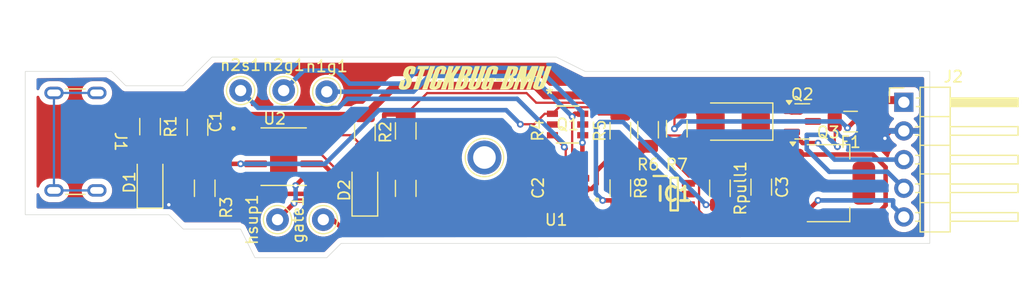
<source format=kicad_pcb>
(kicad_pcb (version 20240108) (generator "pcbnew") (generator_version "8.0")
  (layers (0 "F.Cu" signal) (31 "B.Cu" signal) (34 "B.Paste" user) (35 "F.Paste" user) (36 "B.SilkS" user "B.Silkscreen") (37 "F.SilkS" user "F.Silkscreen") (38 "B.Mask" user) (39 "F.Mask" user) (44 "Edge.Cuts" user))
  (net 0 "")
  (net 4 "unconnected-(J1-SHIELD-PadS1)")
  (net 7 "Net-(U1-VCC)")
  (net 8 "Net-(IC1-VSS)")
  (net 9 "Net-(IC1-VDD)")
  (net 10 "GND")
  (net 11 "+5V")
  (net 13 "Net-(D1-A)")
  (net 14 "Net-(D1-K)")
  (net 15 "Net-(D2-A)")
  (net 16 "Net-(D2-K)")
  (net 17 "Net-(D4-K)")
  (net 19 "Net-(U2-GND)")
  (net 20 "PMOS-Drain")
  (net 21 "Net-(U2-PROG)")
  (net 22 "Net-(IC1-OUT)")
  (net 25 "Net-(U1-OC)")
  (net 26 "Net-(U1-OD)")
  (net 27 "Net-(Q3-D)")
  (net 28 "Net-(U1-CS)")
  (net 30 "Net-(J2-Pin_4)")
  (footprint "Connector_USB:USB_C_Receptacle_GCT_USB4125-xx-x_6P_TopMnt_Horizontal" (layer "F.Cu") (at 64.3 58.295 -90)
    (property "Reference" "J1")
    (property "Value" "USB_C_Receptacle_PowerOnly_6P")
  )
  (footprint "LED_SMD:LED_1206_3216Metric" (layer "F.Cu") (at 91 62.6 90)
    (property "Reference" "D2")
    (property "Value" "yellow")
  )
  (footprint "Resistor_SMD:R_1206_3216Metric" (layer "F.Cu") (at 118.593677 57.15 -90)
    (property "Reference" "R7")
    (property "Value" "1k")
  )
  (footprint "Connector_PinHeader_2.54mm:PinHeader_1x05_P2.54mm_Horizontal" (layer "F.Cu") (at 138.675172 54.804082)
    (property "Reference" "J2")
    (property "Value" "Conn_01x05_Pin")
  )
  (footprint "Connector_Pin:Pin_D1.0mm_L10.0mm" (layer "F.Cu") (at 83.274188 65.202788 -90)
    (property "Reference" "hsup1")
    (property "Value" "TestPoint")
  )
  (footprint "Resistor_SMD:R_1206_3216Metric" (layer "F.Cu") (at 113.596726 62.406177 -90)
    (property "Reference" "R8")
    (property "Value" "2k")
  )
  (footprint "TestPoint:TestPoint_Plated_Hole_D2.0mm" (layer "F.Cu") (at 101.577701 59.698208)
    (property "Reference" "TP1" (hide yes))
    (property "Value" "TestPoint")
  )
  (footprint "Capacitor_SMD:C_1206_3216Metric" (layer "F.Cu") (at 94.615 62.435 -90)
    (property "Reference" "C2")
    (property "Value" "100n")
  )
  (footprint "Resistor_SMD:R_1206_3216Metric" (layer "F.Cu") (at 94.615 57.3425 -90)
    (property "Reference" "R4")
    (property "Value" "100")
  )
  (footprint "Resistor_SMD:R_1206_3216Metric" (layer "F.Cu") (at 113.596726 57.326177 90)
    (property "Reference" "R5")
    (property "Value" "1k")
  )
  (footprint "Connector_Pin:Pin_D1.0mm_L10.0mm" (layer "F.Cu") (at 83.82 53.763338 180)
    (property "Reference" "n2g1")
    (property "Value" "TestPoint")
  )
  (footprint "Connector_Pin:Pin_D1.0mm_L10.0mm" (layer "F.Cu") (at 87.324188 65.202788 -90)
    (property "Reference" "gate1")
    (property "Value" "TestPoint")
  )
  (footprint "Resistor_SMD:R_1206_3216Metric" (layer "F.Cu") (at 72 56.9625 -90)
    (property "Reference" "R1")
    (property "Value" "1k")
  )
  (footprint "Resistor_SMD:R_1206_3216Metric" (layer "F.Cu") (at 76.835 62.4225 -90)
    (property "Reference" "R3")
    (property "Value" "1.2k")
  )
  (footprint "Connector_Pin:Pin_D1.0mm_L10.0mm" (layer "F.Cu") (at 80.01 53.763338 180)
    (property "Reference" "n2s1")
    (property "Value" "TestPoint")
  )
  (footprint "Connector_Pin:Pin_D1.0mm_L10.0mm" (layer "F.Cu") (at 87.63 53.869172 180)
    (property "Reference" "n1g1")
    (property "Value" "TestPoint")
  )
  (footprint "DW01A:SOT95P280X145-6N" (layer "F.Cu") (at 108.986726 62.4894 180)
    (property "Reference" "U1")
    (property "Value" "DW01A")
  )
  (footprint "Package_TO_SOT_SMD:SOT-223-3_TabPin2" (layer "F.Cu") (at 131.986726 61.973677)
    (property "Reference" "Q3")
    (property "Value" "BUK7880-55A")
  )
  (footprint "HY2213-BB3A:SOT95P280X140-6N" (layer "F.Cu") (at 118.361948 62.935)
    (property "Reference" "IC1")
    (property "Value" "HY2213-BB3A" (hide yes))
  )
  (footprint "Diode_SMD:D_SMA" (layer "F.Cu") (at 123.578677 56.515 180)
    (property "Reference" "D4" (hide yes))
    (property "Value" "CDBA340-HF")
  )
  (footprint "Capacitor_SMD:C_1206_3216Metric" (layer "F.Cu") (at 76.2 57.025 -90)
    (property "Reference" "C1")
    (property "Value" "10µ")
  )
  (footprint "Resistor_SMD:R_1206_3216Metric" (layer "F.Cu") (at 122.403677 62.4225 -90)
    (property "Reference" "Rpull1")
    (property "Value" "10k")
  )
  (footprint "Fuse:Fuse_1206_3216Metric" (layer "F.Cu") (at 133.963677 56.515 180)
    (property "Reference" "F1")
    (property "Value" "Fuse")
  )
  (footprint "LED_SMD:LED_1206_3216Metric" (layer "F.Cu") (at 72 61.9 90)
    (property "Reference" "D1")
    (property "Value" "green")
  )
  (footprint "TP4056:SOP127P600X175-9N" (layer "F.Cu") (at 83.82 59.625)
    (property "Reference" "U2")
    (property "Value" "TP4056")
  )
  (footprint "Package_TO_SOT_SMD:SOT-23" (layer "F.Cu") (at 129.691177 56.498677)
    (property "Reference" "Q2")
    (property "Value" "AO3401A")
  )
  (footprint "Resistor_SMD:R_1206_3216Metric" (layer "F.Cu") (at 116.053677 57.240883 -90)
    (property "Reference" "R6")
    (property "Value" "100" (hide yes))
  )
  (footprint "Capacitor_SMD:C_1206_3216Metric" (layer "F.Cu") (at 126.062533 62.325402 -90)
    (property "Reference" "C3")
    (property "Value" "100n")
  )
  (footprint "Resistor_SMD:R_1206_3216Metric" (layer "F.Cu") (at 91 57.4625 -90)
    (property "Reference" "R2")
    (property "Value" "1k")
  )
  (footprint "FS8205A:SOT-23-6L_TCP" (layer "F.Cu") (at 108.931876 56.774401)
    (property "Reference" "Q1")
    (property "Value" "FS8205A")
  )
  (gr_poly (pts (xy 106.710319 51.598812) (xy 106.732476 51.599142) (xy 106.753836 51.599675) (xy 106.774292 51.600396) (xy 106.793735 51.601291) (xy 106.812057 51.602345) (xy 106.829149 51.603543) (xy 106.844903 51.604872) (xy 106.859209 51.606317) (xy 106.871961 51.607862) (xy 106.883048 51.609495) (xy 106.892363 51.6112) (xy 106.899796 51.612963) (xy 106.90524 51.614769) (xy 106.907182 51.615684) (xy 106.908586 51.616604) (xy 106.909439 51.617528) (xy 106.909726 51.618454) (xy 106.886344 51.695585) (xy 106.822678 51.889167) (xy 106.613392 52.509923) (xy 106.528727 52.760813) (xy 106.493423 52.866467) (xy 106.462525 52.959902) (xy 106.435823 53.041849) (xy 106.413107 53.113037) (xy 106.394168 53.174198) (xy 106.378795 53.226062) (xy 106.36678 53.269361) (xy 106.361965 53.288026) (xy 106.357911 53.304824) (xy 106.354592 53.319846) (xy 106.35198 53.333183) (xy 106.35005 53.344926) (xy 106.348776 53.355168) (xy 106.348132 53.363998) (xy 106.34809 53.37151) (xy 106.348626 53.377793) (xy 106.349712 53.382939) (xy 106.351323 53.38704) (xy 106.353432 53.390187) (xy 106.356013 53.392472) (xy 106.35904 53.393984) (xy 106.362939 53.395257) (xy 106.367196 53.396295) (xy 106.371764 53.397093) (xy 106.376596 53.39765) (xy 106.381645 53.39796) (xy 106.386864 53.398021) (xy 106.392206 53.397829) (xy 106.397625 53.39738) (xy 106.403072 53.39667) (xy 106.408501 53.395697) (xy 106.413865 53.394455) (xy 106.419117 53.392943) (xy 106.424209 53.391155) (xy 106.429096 53.389089) (xy 106.433729 53.386741) (xy 106.438062 53.384107) (xy 106.443571 53.377267) (xy 106.451687 53.362499) (xy 106.475297 53.310332) (xy 106.507993 53.229921) (xy 106.548879 53.12358) (xy 106.651631 52.842372) (xy 106.776377 52.485229) (xy 107.07271 51.611046) (xy 107.299898 51.603637) (xy 107.388528 51.602248) (xy 107.460721 51.601785) (xy 107.48841 51.601901) (xy 107.509299 51.602248) (xy 107.522491 51.602827) (xy 107.525919 51.603203) (xy 107.526793 51.603413) (xy 107.527087 51.603637) (xy 107.436952 51.873424) (xy 107.220876 52.509923) (xy 107.132714 52.768188) (xy 107.061019 52.974912) (xy 107.030559 53.060927) (xy 107.003271 53.136434) (xy 106.978841 53.202224) (xy 106.956954 53.259091) (xy 106.937296 53.307826) (xy 106.919551 53.349221) (xy 106.903405 53.384069) (xy 106.888543 53.413161) (xy 106.87465 53.437291) (xy 106.861413 53.457249) (xy 106.848515 53.47383) (xy 106.835643 53.487823) (xy 106.807894 53.514413) (xy 106.778027 53.539088) (xy 106.746239 53.561859) (xy 106.712725 53.582738) (xy 106.677683 53.601733) (xy 106.641309 53.618856) (xy 106.603801 53.634117) (xy 106.565354 53.647527) (xy 106.526166 53.659095) (xy 106.486433 53.668833) (xy 106.446351 53.676749) (xy 106.406118 53.682856) (xy 106.365931 53.687164) (xy 106.325985 53.689682) (xy 106.286478 53.690421) (xy 106.247606 53.689392) (xy 106.209566 53.686604) (xy 106.172555 53.68207) (xy 106.136769 53.675797) (xy 106.102406 53.667799) (xy 106.069661 53.658083) (xy 106.038731 53.646662) (xy 106.009814 53.633545) (xy 105.983106 53.618742) (xy 105.958803 53.602265) (xy 105.937102 53.584124) (xy 105.9182 53.564328) (xy 105.902294 53.542889) (xy 105.88958 53.519816) (xy 105.880255 53.495121) (xy 105.874516 53.468813) (xy 105.872559 53.440904) (xy 105.878608 53.406018) (xy 105.895942 53.339155) (xy 105.959607 53.125124) (xy 106.053832 52.830064) (xy 106.168893 52.485229) (xy 106.378178 51.867868) (xy 106.441843 51.678184) (xy 106.465226 51.606107) (xy 106.466392 51.605616) (xy 106.469812 51.605079) (xy 106.482936 51.603907) (xy 106.530975 51.601476) (xy 106.601702 51.599509) (xy 106.687476 51.598698)) (stroke (width -0.000001)) (fill solid) (layer "F.SilkS"))
  (gr_poly (pts (xy 102.962254 52.709986) (xy 103.004855 52.710132) (xy 103.042268 52.710437) (xy 103.074795 52.710951) (xy 103.089319 52.711303) (xy 103.102735 52.711727) (xy 103.115078 52.712228) (xy 103.126388 52.712813) (xy 103.136701 52.713489) (xy 103.146055 52.714261) (xy 103.154487 52.715137) (xy 103.162036 52.716122) (xy 103.168738 52.717223) (xy 103.174631 52.718445) (xy 103.179753 52.719797) (xy 103.182036 52.720522) (xy 103.18414 52.721283) (xy 103.186071 52.722078) (xy 103.187832 52.72291) (xy 103.189428 52.723778) (xy 103.190864 52.724684) (xy 103.192145 52.725629) (xy 103.193276 52.726612) (xy 103.19426 52.727636) (xy 103.195103 52.728701) (xy 103.19581 52.729807) (xy 103.196385 52.730955) (xy 103.196832 52.732147) (xy 103.197157 52.733383) (xy 103.197365 52.734663) (xy 103.197459 52.735989) (xy 103.197445 52.737361) (xy 103.197327 52.738781) (xy 103.19711 52.740248) (xy 103.196799 52.741765) (xy 103.195912 52.744946) (xy 103.194704 52.748332) (xy 103.193213 52.751929) (xy 103.184222 52.774501) (xy 103.173148 52.802861) (xy 103.161611 52.833536) (xy 103.156176 52.848657) (xy 103.151232 52.863054) (xy 103.126538 52.932198) (xy 102.541279 52.932198) (xy 102.58079 52.821073) (xy 102.617832 52.709948) (xy 102.914165 52.709948)) (stroke (width -0.000001)) (fill solid) (layer "F.SilkS"))
  (gr_poly (pts (xy 96.975151 52.319776) (xy 96.62696 53.352004) (xy 96.520774 53.660684) (xy 96.291115 53.668093) (xy 96.259293 53.668901) (xy 96.230426 53.669462) (xy 96.204402 53.669764) (xy 96.181109 53.66979) (xy 96.160436 53.669528) (xy 96.151046 53.669283) (xy 96.142269 53.668961) (xy 96.13409 53.668559) (xy 96.126496 53.668076) (xy 96.119473 53.667509) (xy 96.113007 53.666858) (xy 96.107083 53.66612) (xy 96.101688 53.665293) (xy 96.096807 53.664376) (xy 96.092427 53.663366) (xy 96.088533 53.662262) (xy 96.085112 53.661063) (xy 96.082149 53.659766) (xy 96.079631 53.658369) (xy 96.077543 53.656871) (xy 96.075872 53.65527) (xy 96.075188 53.654431) (xy 96.074603 53.653565) (xy 96.074115 53.652672) (xy 96.073722 53.651752) (xy 96.073424 53.650805) (xy 96.073216 53.649831) (xy 96.073071 53.647799) (xy 96.073271 53.645656) (xy 96.073805 53.643398) (xy 96.426935 52.603762) (xy 96.770188 51.598698) (xy 97.222096 51.598698)) (stroke (width -0.000001)) (fill solid) (layer "F.SilkS"))
  (gr_poly (pts (xy 104.032968 51.598998) (xy 104.091935 51.599938) (xy 104.14581 51.60158) (xy 104.19488 51.603985) (xy 104.239436 51.607214) (xy 104.279768 51.61133) (xy 104.316163 51.616394) (xy 104.332975 51.6193) (xy 104.348912 51.622467) (xy 104.36401 51.625901) (xy 104.378304 51.62961) (xy 104.391832 51.633603) (xy 104.404629 51.637886) (xy 104.416731 51.642468) (xy 104.428175 51.647356) (xy 104.438997 51.652558) (xy 104.449233 51.658081) (xy 104.458919 51.663933) (xy 104.468092 51.670122) (xy 104.476786 51.676656) (xy 104.48504 51.683542) (xy 104.492888 51.690788) (xy 104.500368 51.698402) (xy 104.507514 51.70639) (xy 104.514364 51.714762) (xy 104.52562 51.730427) (xy 104.535307 51.746088) (xy 104.543416 51.761974) (xy 104.54994 51.778312) (xy 104.554873 51.79533) (xy 104.558207 51.813255) (xy 104.559935 51.832317) (xy 104.56005 51.852742) (xy 104.558544 51.874759) (xy 104.55541 51.898596) (xy 104.550641 51.92448) (xy 104.54423 51.952639) (xy 104.536169 51.983302) (xy 104.526452 52.016695) (xy 104.515071 52.053048) (xy 104.502018 52.092587) (xy 104.486891 52.135823) (xy 104.471984 52.175825) (xy 104.457172 52.212774) (xy 104.442327 52.24685) (xy 104.427323 52.278236) (xy 104.412033 52.307111) (xy 104.39633 52.333656) (xy 104.388285 52.346111) (xy 104.380089 52.358052) (xy 104.371727 52.369502) (xy 104.363182 52.380481) (xy 104.35444 52.391014) (xy 104.345483 52.401123) (xy 104.336297 52.41083) (xy 104.326865 52.420159) (xy 104.317172 52.429131) (xy 104.307202 52.437769) (xy 104.296939 52.446097) (xy 104.286366 52.454135) (xy 104.264233 52.469438) (xy 104.240673 52.483858) (xy 104.215562 52.497576) (xy 104.099499 52.554373) (xy 104.183459 52.621048) (xy 104.202556 52.636956) (xy 104.219088 52.652577) (xy 104.233037 52.668379) (xy 104.244385 52.684829) (xy 104.253115 52.702393) (xy 104.259207 52.721538) (xy 104.262644 52.74273) (xy 104.263408 52.766437) (xy 104.26148 52.793124) (xy 104.256844 52.823258) (xy 104.249479 52.857306) (xy 104.239369 52.895735) (xy 104.226496 52.939011) (xy 104.210841 52.987602) (xy 104.171113 53.10259) (xy 104.150463 53.159981) (xy 104.130931 53.212022) (xy 104.112245 53.259093) (xy 104.094135 53.301573) (xy 104.076329 53.339843) (xy 104.058555 53.374282) (xy 104.049595 53.390183) (xy 104.040542 53.40527) (xy 104.031361 53.419588) (xy 104.022019 53.433187) (xy 104.012482 53.446112) (xy 104.002715 53.458412) (xy 103.992686 53.470135) (xy 103.982359 53.481326) (xy 103.971701 53.492035) (xy 103.960678 53.502309) (xy 103.949256 53.512194) (xy 103.937402 53.521739) (xy 103.925081 53.530991) (xy 103.91226 53.539998) (xy 103.884979 53.557464) (xy 103.85529 53.574518) (xy 103.82292 53.59154) (xy 103.778586 53.612959) (xy 103.758372 53.621812) (xy 103.738651 53.629546) (xy 103.718813 53.636253) (xy 103.698252 53.642024) (xy 103.67636 53.646947) (xy 103.652529 53.651115) (xy 103.626151 53.654617) (xy 103.596619 53.657545) (xy 103.525661 53.662035) (xy 103.434794 53.66531) (xy 103.319154 53.668093) (xy 103.266218 53.669335) (xy 103.218389 53.670273) (xy 103.175451 53.670892) (xy 103.137187 53.671179) (xy 103.103379 53.671119) (xy 103.073811 53.670697) (xy 103.048265 53.669899) (xy 103.036933 53.669354) (xy 103.026525 53.66871) (xy 103.017014 53.667965) (xy 103.008373 53.667116) (xy 103.000575 53.666163) (xy 102.993592 53.665102) (xy 102.987398 53.663934) (xy 102.981966 53.662655) (xy 102.977268 53.661263) (xy 102.973277 53.659758) (xy 102.969967 53.658137) (xy 102.967309 53.656399) (xy 102.965277 53.654541) (xy 102.963843 53.652562) (xy 102.963343 53.651527) (xy 102.962981 53.65046) (xy 102.962664 53.648234) (xy 102.962864 53.64588) (xy 102.963554 53.643398) (xy 103.048953 53.39198) (xy 103.513369 53.39198) (xy 103.51356 53.394871) (xy 103.51424 53.396454) (xy 103.515006 53.397105) (xy 103.515912 53.397671) (xy 103.518127 53.398552) (xy 103.520849 53.399107) (xy 103.524041 53.399348) (xy 103.527666 53.399284) (xy 103.53169 53.398928) (xy 103.536075 53.39829) (xy 103.540786 53.39738) (xy 103.545787 53.39621) (xy 103.55104 53.39479) (xy 103.556511 53.393131) (xy 103.562162 53.391245) (xy 103.567959 53.389141) (xy 103.573863 53.386832) (xy 103.579841 53.384326) (xy 103.585854 53.381637) (xy 103.594901 53.376939) (xy 103.603598 53.371026) (xy 103.612056 53.363666) (xy 103.620387 53.354627) (xy 103.628704 53.343679) (xy 103.637119 53.330589) (xy 103.645743 53.315126) (xy 103.65469 53.297059) (xy 103.66407 53.276155) (xy 103.673997 53.252184) (xy 103.695937 53.194114) (xy 103.721408 53.120995) (xy 103.751307 53.030976) (xy 103.767521 52.981732) (xy 103.781934 52.937523) (xy 103.794596 52.89806) (xy 103.805558 52.863054) (xy 103.81487 52.832215) (xy 103.822583 52.805253) (xy 103.825856 52.793137) (xy 103.828748 52.781881) (xy 103.831266 52.771449) (xy 103.833416 52.761807) (xy 103.835204 52.752916) (xy 103.836636 52.744742) (xy 103.83772 52.737248) (xy 103.838461 52.730398) (xy 103.838865 52.724156) (xy 103.838939 52.718485) (xy 103.83869 52.71335) (xy 103.838123 52.708714) (xy 103.837245 52.70454) (xy 103.836062 52.700794) (xy 103.834581 52.697438) (xy 103.832808 52.694437) (xy 103.830748 52.691754) (xy 103.82841 52.689354) (xy 103.825798 52.687199) (xy 103.82292 52.685254) (xy 103.812804 52.678837) (xy 103.803686 52.673509) (xy 103.795465 52.669318) (xy 103.791659 52.667662) (xy 103.78804 52.666309) (xy 103.784594 52.665262) (xy 103.781309 52.664529) (xy 103.778173 52.664116) (xy 103.775172 52.664027) (xy 103.772294 52.66427) (xy 103.769526 52.664849) (xy 103.766856 52.665771) (xy 103.764272 52.667042) (xy 103.761759 52.668667) (xy 103.759306 52.670652) (xy 103.7569 52.673004) (xy 103.754529 52.675728) (xy 103.752179 52.67883) (xy 103.749838 52.682316) (xy 103.747494 52.686191) (xy 103.745133 52.690463) (xy 103.740313 52.700216) (xy 103.735275 52.711622) (xy 103.729919 52.724728) (xy 103.724143 52.739582) (xy 103.672887 52.885804) (xy 103.62849 53.014809) (xy 103.591097 53.126045) (xy 103.560851 53.218962) (xy 103.537897 53.293012) (xy 103.522381 53.347644) (xy 103.517458 53.367506) (xy 103.514447 53.382308) (xy 103.513369 53.39198) (xy 103.048953 53.39198) (xy 103.316685 52.603762) (xy 103.380767 52.414765) (xy 103.848352 52.414765) (xy 103.84842 52.419107) (xy 103.848742 52.422963) (xy 103.849312 52.426348) (xy 103.850129 52.429277) (xy 103.851189 52.431766) (xy 103.852487 52.433829) (xy 103.85402 52.435483) (xy 103.855785 52.436743) (xy 103.857777 52.437623) (xy 103.859994 52.438141) (xy 103.862432 52.438309) (xy 103.866304 52.438081) (xy 103.870491 52.437408) (xy 103.87496 52.436307) (xy 103.879679 52.434798) (xy 103.884615 52.432898) (xy 103.889735 52.430626) (xy 103.895008 52.427999) (xy 103.900399 52.425036) (xy 103.905878 52.421755) (xy 103.911411 52.418173) (xy 103.916965 52.414309) (xy 103.922509 52.410181) (xy 103.928009 52.405807) (xy 103.933433 52.401205) (xy 103.938749 52.396393) (xy 103.943923 52.39139) (xy 103.954952 52.377544) (xy 103.967441 52.35702) (xy 103.981059 52.330781) (xy 103.995473 52.299789) (xy 104.01035 52.265006) (xy 104.025357 52.227394) (xy 104.054431 52.147532) (xy 104.080032 52.067902) (xy 104.090698 52.03058) (xy 104.099498 51.996202) (xy 104.106098 51.96573) (xy 104.110167 51.940128) (xy 104.11137 51.920357) (xy 104.110793 51.912959) (xy 104.109376 51.907379) (xy 104.107606 51.903328) (xy 104.105553 51.899509) (xy 104.103234 51.895925) (xy 104.10067 51.892577) (xy 104.09788 51.889465) (xy 104.094883 51.886592) (xy 104.091699 51.883958) (xy 104.088347 51.881565) (xy 104.084847 51.879415) (xy 104.081218 51.877509) (xy 104.077479 51.875847) (xy 104.073651 51.874432) (xy 104.069752 51.873265) (xy 104.065802 51.872347) (xy 104.06182 51.871679) (xy 104.057826 51.871263) (xy 104.05384 51.871101) (xy 104.04988 51.871193) (xy 104.045966 51.871541) (xy 104.042117 51.872146) (xy 104.038354 51.87301) (xy 104.034695 51.874134) (xy 104.03116 51.875519) (xy 104.027769 51.877167) (xy 104.02454 51.879079) (xy 104.021493 51.881256) (xy 104.018648 51.8837) (xy 104.016024 51.886413) (xy 104.013641 51.889395) (xy 104.011518 51.892647) (xy 104.009674 51.896172) (xy 104.008129 51.899971) (xy 103.996553 51.932189) (xy 103.974791 51.996588) (xy 103.91182 52.183957) (xy 103.899979 52.219369) (xy 103.889441 52.251606) (xy 103.880176 52.280789) (xy 103.872155 52.307043) (xy 103.865349 52.330489) (xy 103.85973 52.351252) (xy 103.857357 52.360665) (xy 103.855269 52.369453) (xy 103.853463 52.377632) (xy 103.851936 52.385216) (xy 103.850684 52.392222) (xy 103.849703 52.398664) (xy 103.84899 52.404559) (xy 103.848541 52.40992) (xy 103.848352 52.414765) (xy 103.380767 52.414765) (xy 103.657468 51.598698) (xy 103.968617 51.598698)) (stroke (width -0.000001)) (fill solid) (layer "F.SilkS"))
  (gr_poly (pts (xy 95.166809 51.585435) (xy 95.212914 51.589463) (xy 95.257344 51.595612) (xy 95.299546 51.603786) (xy 95.338966 51.613891) (xy 95.375051 51.625835) (xy 95.39167 51.632466) (xy 95.407247 51.639521) (xy 95.421714 51.646989) (xy 95.435002 51.654858) (xy 95.44704 51.663115) (xy 95.45776 51.67175) (xy 95.467093 51.680749) (xy 95.47497 51.690103) (xy 95.481321 51.699798) (xy 95.486077 51.709823) (xy 95.49111 51.724459) (xy 95.495086 51.739741) (xy 95.497992 51.755798) (xy 95.499813 51.772756) (xy 95.500534 51.79074) (xy 95.500141 51.809879) (xy 95.498619 51.830299) (xy 95.495954 51.852125) (xy 95.492132 51.875485) (xy 95.487138 51.900506) (xy 95.480957 51.927314) (xy 95.473575 51.956035) (xy 95.455151 52.019724) (xy 95.431749 52.092587) (xy 95.360135 52.30249) (xy 95.16011 52.309898) (xy 95.139523 52.310681) (xy 95.119504 52.311186) (xy 95.100158 52.311423) (xy 95.081589 52.311403) (xy 95.063904 52.311137) (xy 95.047205 52.310636) (xy 95.031599 52.309911) (xy 95.017191 52.308972) (xy 95.004085 52.307831) (xy 94.992386 52.306498) (xy 94.982198 52.304984) (xy 94.973628 52.3033) (xy 94.96678 52.301457) (xy 94.964034 52.300479) (xy 94.961759 52.299466) (xy 94.959966 52.298418) (xy 94.958669 52.297337) (xy 94.957881 52.296224) (xy 94.957616 52.295082) (xy 94.95885 52.286887) (xy 94.9624 52.272123) (xy 94.968034 52.25163) (xy 94.975519 52.226246) (xy 94.99512 52.164163) (xy 95.006773 52.129142) (xy 95.019352 52.092587) (xy 95.044475 52.019227) (xy 95.054355 51.989547) (xy 95.062451 51.964099) (xy 95.065832 51.95286) (xy 95.068768 51.942558) (xy 95.07126 51.93315) (xy 95.073308 51.924598) (xy 95.074913 51.916859) (xy 95.076076 51.909893) (xy 95.076796 51.90366) (xy 95.077075 51.898119) (xy 95.076912 51.893228) (xy 95.076309 51.888949) (xy 95.075265 51.885238) (xy 95.074578 51.883584) (xy 95.073781 51.882057) (xy 95.072874 51.880653) (xy 95.071857 51.879365) (xy 95.070731 51.878189) (xy 95.069495 51.87712) (xy 95.066694 51.875282) (xy 95.063454 51.87381) (xy 95.059778 51.872664) (xy 95.055663 51.871802) (xy 95.051112 51.871185) (xy 95.046125 51.870771) (xy 95.034843 51.870392) (xy 95.021821 51.870337) (xy 95.015593 51.870633) (xy 95.009412 51.871514) (xy 95.003284 51.872974) (xy 94.997214 51.875006) (xy 94.991204 51.877602) (xy 94.985261 51.880755) (xy 94.97359 51.888704) (xy 94.962237 51.898794) (xy 94.951239 51.910967) (xy 94.940632 51.925167) (xy 94.930452 51.941334) (xy 94.920734 51.959411) (xy 94.911516 51.97934) (xy 94.902833 52.001063) (xy 94.894722 52.024523) (xy 94.887218 52.049661) (xy 94.880359 52.07642) (xy 94.874179 52.104741) (xy 94.868716 52.134568) (xy 94.865938 52.154695) (xy 94.864206 52.173693) (xy 94.863697 52.191997) (xy 94.864587 52.21004) (xy 94.867055 52.228257) (xy 94.871277 52.247082) (xy 94.87743 52.266948) (xy 94.885693 52.288291) (xy 94.896242 52.311543) (xy 94.909254 52.337139) (xy 94.924907 52.365514) (xy 94.943378 52.397101) (xy 94.989482 52.471647) (xy 95.048985 52.564251) (xy 95.074315 52.604811) (xy 95.096628 52.642516) (xy 95.115975 52.677812) (xy 95.132406 52.711144) (xy 95.145972 52.742957) (xy 95.156724 52.773696) (xy 95.164713 52.803805) (xy 95.167686 52.818762) (xy 95.169988 52.833729) (xy 95.171624 52.848761) (xy 95.172601 52.863914) (xy 95.172602 52.894805) (xy 95.170042 52.926845) (xy 95.164972 52.960481) (xy 95.157442 52.996157) (xy 95.147502 53.034318) (xy 95.135205 53.07541) (xy 95.120599 53.119876) (xy 95.103735 53.169338) (xy 95.087319 53.21507) (xy 95.071222 53.257279) (xy 95.055313 53.296171) (xy 95.039462 53.331952) (xy 95.023538 53.364829) (xy 95.007412 53.395006) (xy 94.990953 53.422692) (xy 94.982558 53.435664) (xy 94.974031 53.448091) (xy 94.965356 53.459998) (xy 94.956516 53.47141) (xy 94.947495 53.482354) (xy 94.938277 53.492856) (xy 94.928846 53.50294) (xy 94.919185 53.512633) (xy 94.909278 53.521961) (xy 94.899109 53.53095) (xy 94.888661 53.539624) (xy 94.877918 53.548011) (xy 94.855483 53.564023) (xy 94.831674 53.579193) (xy 94.801021 53.597138) (xy 94.769342 53.613482) (xy 94.736768 53.628245) (xy 94.703432 53.641445) (xy 94.669464 53.653102) (xy 94.634997 53.663236) (xy 94.600161 53.671867) (xy 94.56509 53.679012) (xy 94.529913 53.684693) (xy 94.494763 53.688928) (xy 94.459771 53.691737) (xy 94.425069 53.693139) (xy 94.390789 53.693154) (xy 94.357061 53.691801) (xy 94.324018 53.6891) (xy 94.291792 53.68507) (xy 94.260513 53.67973) (xy 94.230313 53.673101) (xy 94.201324 53.665201) (xy 94.173678 53.656049) (xy 94.147506 53.645666) (xy 94.122939 53.634071) (xy 94.10011 53.621283) (xy 94.079149 53.607321) (xy 94.060189 53.592206) (xy 94.043361 53.575956) (xy 94.028797 53.558591) (xy 94.016627 53.54013) (xy 94.006984 53.520593) (xy 94 53.5) (xy 93.995805 53.478369) (xy 93.994532 53.45572) (xy 93.995016 53.447444) (xy 93.996437 53.436626) (xy 94.001902 53.408068) (xy 94.01055 53.371465) (xy 94.022005 53.328235) (xy 94.035891 53.279797) (xy 94.051831 53.227567) (xy 94.06945 53.172964) (xy 94.088371 53.117407) (xy 94.179741 52.845768) (xy 94.384704 52.838359) (xy 94.42531 52.836845) (xy 94.463225 52.835967) (xy 94.497609 52.835668) (xy 94.527624 52.83589) (xy 94.552429 52.836575) (xy 94.562616 52.837073) (xy 94.571186 52.837665) (xy 94.578034 52.838344) (xy 94.583056 52.839102) (xy 94.586146 52.839933) (xy 94.586933 52.840373) (xy 94.587199 52.840829) (xy 94.585636 52.847046) (xy 94.58118 52.861395) (xy 94.564974 52.910899) (xy 94.513116 53.068018) (xy 94.495379 53.121728) (xy 94.480145 53.169993) (xy 94.467428 53.212985) (xy 94.462019 53.232556) (xy 94.457244 53.250872) (xy 94.453106 53.267955) (xy 94.449607 53.283826) (xy 94.446748 53.298505) (xy 94.444531 53.312015) (xy 94.442957 53.324376) (xy 94.44203 53.335611) (xy 94.44175 53.345739) (xy 94.442119 53.354782) (xy 94.443139 53.362762) (xy 94.444813 53.369699) (xy 94.447141 53.375616) (xy 94.448551 53.378198) (xy 94.450126 53.380533) (xy 94.451865 53.382623) (xy 94.453768 53.384471) (xy 94.455837 53.38608) (xy 94.458072 53.387452) (xy 94.460471 53.38859) (xy 94.463037 53.389497) (xy 94.465768 53.390175) (xy 94.468666 53.390627) (xy 94.47496 53.390864) (xy 94.481922 53.390229) (xy 94.489553 53.388743) (xy 94.497855 53.386426) (xy 94.50683 53.383302) (xy 94.51648 53.37939) (xy 94.526806 53.374712) (xy 94.53781 53.36929) (xy 94.544753 53.365156) (xy 94.551681 53.360179) (xy 94.558581 53.354384) (xy 94.565437 53.347798) (xy 94.572235 53.340444) (xy 94.578961 53.332349) (xy 94.5856 53.323538) (xy 94.592138 53.314036) (xy 94.59856 53.303868) (xy 94.604852 53.29306) (xy 94.610999 53.281637) (xy 94.616987 53.269625) (xy 94.622801 53.257048) (xy 94.628427 53.243932) (xy 94.633851 53.230302) (xy 94.639057 53.216184) (xy 94.651947 53.178072) (xy 94.662763 53.143032) (xy 94.671402 53.110545) (xy 94.677758 53.080095) (xy 94.681727 53.051164) (xy 94.683203 53.023235) (xy 94.682974 53.009484) (xy 94.682083 52.995791) (xy 94.680516 52.982089) (xy 94.67826 52.968314) (xy 94.675302 52.954402) (xy 94.67163 52.940287) (xy 94.662088 52.911193) (xy 94.649529 52.880515) (xy 94.633848 52.847736) (xy 94.614941 52.812337) (xy 94.592702 52.773802) (xy 94.567027 52.731613) (xy 94.53781 52.685254) (xy 94.50782 52.636965) (xy 94.479392 52.589254) (xy 94.453164 52.543396) (xy 94.429772 52.500663) (xy 94.409852 52.462329) (xy 94.394042 52.429666) (xy 94.387877 52.41586) (xy 94.382978 52.403949) (xy 94.379424 52.394093) (xy 94.377296 52.386451) (xy 94.375436 52.369962) (xy 94.376187 52.347837) (xy 94.379326 52.320807) (xy 94.384627 52.289603) (xy 94.391868 52.254954) (xy 94.400823 52.217593) (xy 94.422981 52.137655) (xy 94.449306 52.055632) (xy 94.46347 52.015667) (xy 94.478003 51.977372) (xy 94.492681 51.94148) (xy 94.50728 51.90872) (xy 94.521574 51.879823) (xy 94.535341 51.855521) (xy 94.548964 51.834544) (xy 94.563879 51.814225) (xy 94.580046 51.794586) (xy 94.597424 51.775649) (xy 94.615974 51.757436) (xy 94.635657 51.739968) (xy 94.656432 51.723267) (xy 94.67826 51.707354) (xy 94.7011 51.692251) (xy 94.724914 51.677981) (xy 94.749661 51.664564) (xy 94.775301 51.652023) (xy 94.801795 51.640379) (xy 94.829103 51.629653) (xy 94.857185 51.619868) (xy 94.886002 51.611046) (xy 94.908027 51.605372) (xy 94.930533 51.60038) (xy 94.97671 51.592399) (xy 95.02398 51.587008) (xy 95.071789 51.584113) (xy 95.119583 51.58362)) (stroke (width -0.000001)) (fill solid) (layer "F.SilkS"))
  (gr_poly (pts (xy 102.418211 51.58388) (xy 102.454849 51.585425) (xy 102.490792 51.588273) (xy 102.5257 51.592404) (xy 102.559234 51.597802) (xy 102.591054 51.604447) (xy 102.620819 51.612323) (xy 102.648189 51.62141) (xy 102.672824 51.631692) (xy 102.694385 51.643148) (xy 102.716585 51.656712) (xy 102.735979 51.670741) (xy 102.752595 51.685531) (xy 102.766461 51.701373) (xy 102.772373 51.709781) (xy 102.777608 51.718561) (xy 102.78217 51.727751) (xy 102.786063 51.737388) (xy 102.78929 51.747507) (xy 102.791855 51.758146) (xy 102.795014 51.781129) (xy 102.795569 51.806629) (xy 102.793548 51.83494) (xy 102.788981 51.866355) (xy 102.781896 51.901167) (xy 102.772322 51.939668) (xy 102.760288 51.982152) (xy 102.745824 52.028912) (xy 102.728957 52.08024) (xy 102.644996 52.327184) (xy 102.444971 52.334593) (xy 102.424384 52.335376) (xy 102.404365 52.33588) (xy 102.385019 52.336117) (xy 102.36645 52.336098) (xy 102.348764 52.335832) (xy 102.332066 52.335331) (xy 102.31646 52.334605) (xy 102.302052 52.333667) (xy 102.288945 52.332525) (xy 102.277246 52.331192) (xy 102.267059 52.329679) (xy 102.258489 52.327995) (xy 102.251641 52.326152) (xy 102.248895 52.325174) (xy 102.246619 52.32416) (xy 102.244826 52.323112) (xy 102.24353 52.322031) (xy 102.242742 52.320919) (xy 102.242476 52.319776) (xy 102.243711 52.311582) (xy 102.247261 52.296818) (xy 102.252894 52.276324) (xy 102.26038 52.25094) (xy 102.279981 52.188857) (xy 102.291634 52.153836) (xy 102.304212 52.117282) (xy 102.317264 52.07829) (xy 102.328641 52.04357) (xy 102.338347 52.01288) (xy 102.342575 51.99897) (xy 102.346386 51.985977) (xy 102.349781 51.97387) (xy 102.35276 51.962619) (xy 102.355324 51.952194) (xy 102.357474 51.942564) (xy 102.35921 51.933699) (xy 102.360531 51.925569) (xy 102.36144 51.918143) (xy 102.361936 51.911392) (xy 102.362019 51.905284) (xy 102.36169 51.89979) (xy 102.36095 51.89488) (xy 102.360426 51.892634) (xy 102.359799 51.890522) (xy 102.359069 51.888541) (xy 102.358237 51.886687) (xy 102.357302 51.884956) (xy 102.356265 51.883345) (xy 102.355126 51.881849) (xy 102.353884 51.880464) (xy 102.35254 51.879188) (xy 102.351093 51.878016) (xy 102.349544 51.876944) (xy 102.347894 51.875969) (xy 102.344286 51.874293) (xy 102.34027 51.872958) (xy 102.335847 51.871934) (xy 102.331017 51.87119) (xy 102.32578 51.870696) (xy 102.320138 51.870422) (xy 102.31409 51.870337) (xy 102.311095 51.870417) (xy 102.308128 51.870655) (xy 102.305191 51.871051) (xy 102.302283 51.871606) (xy 102.299403 51.872317) (xy 102.296553 51.873186) (xy 102.290939 51.875392) (xy 102.285441 51.87822) (xy 102.280058 51.881667) (xy 102.274791 51.885728) (xy 102.26964 51.890401) (xy 102.264605 51.895682) (xy 102.259685 51.901567) (xy 102.254881 51.908052) (xy 102.250193 51.915134) (xy 102.245621 51.92281) (xy 102.241164 51.931075) (xy 102.236823 51.939926) (xy 102.232598 51.949359) (xy 102.136136 52.219995) (xy 101.972072 52.699453) (xy 101.817269 53.161316) (xy 101.767359 53.314895) (xy 101.748587 53.379168) (xy 101.748843 53.382069) (xy 101.749593 53.384754) (xy 101.750809 53.387224) (xy 101.752465 53.389479) (xy 101.754533 53.391522) (xy 101.756987 53.393351) (xy 101.759798 53.394969) (xy 101.762941 53.396377) (xy 101.766387 53.397574) (xy 101.770111 53.398563) (xy 101.774083 53.399343) (xy 101.778279 53.399917) (xy 101.787228 53.400446) (xy 101.796742 53.400158) (xy 101.806602 53.399059) (xy 101.816594 53.397158) (xy 101.826498 53.394461) (xy 101.836098 53.390975) (xy 101.840717 53.388938) (xy 101.845178 53.386707) (xy 101.849455 53.384283) (xy 101.85352 53.381666) (xy 101.857346 53.378857) (xy 101.860906 53.375858) (xy 101.864174 53.372668) (xy 101.867121 53.36929) (xy 101.872096 53.361025) (xy 101.879371 53.34612) (xy 101.899378 53.300145) (xy 101.924246 53.238892) (xy 101.951082 53.169882) (xy 101.976992 53.100641) (xy 101.999081 53.038693) (xy 102.014458 52.991561) (xy 102.018724 52.975903) (xy 102.020226 52.96677) (xy 102.020176 52.966307) (xy 102.020027 52.965845) (xy 102.019782 52.965385) (xy 102.019445 52.964928) (xy 102.018501 52.964025) (xy 102.017216 52.963143) (xy 102.015614 52.962291) (xy 102.013715 52.961475) (xy 102.011541 52.960702) (xy 102.009114 52.95998) (xy 102.006455 52.959315) (xy 102.003586 52.958716) (xy 102.00053 52.958189) (xy 101.997307 52.957742) (xy 101.993939 52.957381) (xy 101.990448 52.957115) (xy 101.986856 52.956949) (xy 101.983184 52.956893) (xy 101.974966 52.956522) (xy 101.96791 52.955316) (xy 101.962018 52.953133) (xy 101.95951 52.951631) (xy 101.957294 52.949832) (xy 101.955371 52.947718) (xy 101.953742 52.945272) (xy 101.952407 52.942476) (xy 101.951366 52.939312) (xy 101.95017 52.931812) (xy 101.950156 52.922629) (xy 101.951328 52.911623) (xy 101.953691 52.898653) (xy 101.957248 52.883578) (xy 101.962001 52.866256) (xy 101.967956 52.846547) (xy 101.975115 52.82431) (xy 101.993062 52.771684) (xy 102.037512 52.648212) (xy 102.267171 52.640804) (xy 102.313535 52.64022) (xy 102.357498 52.640302) (xy 102.398046 52.641021) (xy 102.434167 52.642347) (xy 102.464847 52.644252) (xy 102.47783 52.645413) (xy 102.489073 52.646707) (xy 102.49845 52.648132) (xy 102.505834 52.649683) (xy 102.511098 52.651357) (xy 102.512895 52.652239) (xy 102.514115 52.653151) (xy 102.515054 52.657591) (xy 102.514221 52.667027) (xy 102.507555 52.6998) (xy 102.494755 52.7493) (xy 102.476456 52.813356) (xy 102.42591 52.976455) (xy 102.36101 53.171734) (xy 102.185679 53.673032) (xy 102.079493 53.673032) (xy 102.06525 53.672915) (xy 102.052136 53.672559) (xy 102.045993 53.672289) (xy 102.040122 53.671957) (xy 102.034518 53.671562) (xy 102.029178 53.671102) (xy 102.024099 53.670578) (xy 102.019276 53.669987) (xy 102.014707 53.669329) (xy 102.010387 53.668604) (xy 102.006313 53.66781) (xy 102.002482 53.666946) (xy 101.998889 53.666012) (xy 101.995532 53.665006) (xy 101.992406 53.663928) (xy 101.989508 53.662776) (xy 101.986834 53.661551) (xy 101.984381 53.66025) (xy 101.982145 53.658874) (xy 101.980122 53.65742) (xy 101.978309 53.655889) (xy 101.976702 53.654279) (xy 101.975298 53.65259) (xy 101.974093 53.65082) (xy 101.973083 53.648968) (xy 101.972265 53.647035) (xy 101.971635 53.645018) (xy 101.97119 53.642917) (xy 101.970925 53.640731) (xy 101.970837 53.638459) (xy 101.970367 53.627577) (xy 101.969771 53.622655) (xy 101.968927 53.618077) (xy 101.967831 53.613843) (xy 101.966475 53.609951) (xy 101.964855 53.606401) (xy 101.962966 53.603193) (xy 101.960802 53.600324) (xy 101.958357 53.597794) (xy 101.955627 53.595603) (xy 101.952606 53.593749) (xy 101.949288 53.592231) (xy 101.945668 53.591049) (xy 101.94174 53.590202) (xy 101.9375 53.589688) (xy 101.932941 53.589507) (xy 101.928058 53.589658) (xy 101.9173 53.590951) (xy 101.905182 53.593562) (xy 101.891661 53.597482) (xy 101.876692 53.602704) (xy 101.860233 53.609221) (xy 101.84224 53.617026) (xy 101.822671 53.626112) (xy 101.794118 53.639251) (xy 101.766722 53.650893) (xy 101.740369 53.661045) (xy 101.714941 53.669713) (xy 101.690324 53.676906) (xy 101.666401 53.68263) (xy 101.643057 53.686892) (xy 101.620176 53.6897) (xy 101.597643 53.691062) (xy 101.575341 53.690983) (xy 101.553154 53.689472) (xy 101.530968 53.686536) (xy 101.508666 53.682182) (xy 101.486132 53.676417) (xy 101.463251 53.669249) (xy 101.439907 53.660684) (xy 101.41857 53.652281) (xy 101.398978 53.643692) (xy 101.381078 53.634851) (xy 101.36482 53.625688) (xy 101.357292 53.620964) (xy 101.350154 53.616134) (xy 101.343403 53.611189) (xy 101.33703 53.60612) (xy 101.331029 53.60092) (xy 101.325395 53.595579) (xy 101.320121 53.590088) (xy 101.3152 53.58444) (xy 101.310627 53.578626) (xy 101.306394 53.572636) (xy 101.302496 53.566463) (xy 101.298927 53.560098) (xy 101.295679 53.553532) (xy 101.292747 53.546757) (xy 101.290124 53.539763) (xy 101.287805 53.532543) (xy 101.285781 53.525088) (xy 101.284049 53.51739) (xy 101.2826 53.509439) (xy 101.281428 53.501227) (xy 101.279893 53.483986) (xy 101.279393 53.465598) (xy 101.285093 53.433048) (xy 101.301261 53.372348) (xy 101.359418 53.182615) (xy 101.539919 52.642656) (xy 101.731533 52.103623) (xy 101.803581 51.915048) (xy 101.828778 51.8551) (xy 101.844895 51.823418) (xy 101.859517 51.803995) (xy 101.874702 51.785527) (xy 101.890496 51.767985) (xy 101.90694 51.751341) (xy 101.924079 51.735564) (xy 101.941956 51.720627) (xy 101.960615 51.7065) (xy 101.980098 51.693155) (xy 102.000449 51.680561) (xy 102.021712 51.668692) (xy 102.043929 51.657516) (xy 102.067146 51.647007) (xy 102.091404 51.637134) (xy 102.116747 51.627869) (xy 102.143219 51.619182) (xy 102.170862 51.611046) (xy 102.202841 51.602969) (xy 102.236505 51.596321) (xy 102.271515 51.591083) (xy 102.307531 51.587239) (xy 102.344212 51.584769) (xy 102.381219 51.583655)) (stroke (width -0.000001)) (fill solid) (layer "F.SilkS"))
  (gr_poly (pts (xy 98.661966 51.598812) (xy 98.683742 51.599142) (xy 98.704772 51.599675) (xy 98.724946 51.600396) (xy 98.74415 51.601291) (xy 98.762272 51.602345) (xy 98.7792 51.603543) (xy 98.794823 51.604872) (xy 98.809028 51.606317) (xy 98.821703 51.607862) (xy 98.832735 51.609495) (xy 98.842013 51.6112) (xy 98.849424 51.612963) (xy 98.854857 51.614769) (xy 98.856796 51.615684) (xy 98.858199 51.616604) (xy 98.859051 51.617528) (xy 98.859338 51.618454) (xy 98.857322 51.628081) (xy 98.851543 51.648705) (xy 98.830322 51.717849) (xy 98.798913 51.815701) (xy 98.760559 51.932073) (xy 98.740833 51.990896) (xy 98.722669 52.046131) (xy 98.706473 52.096504) (xy 98.69265 52.140741) (xy 98.681605 52.177571) (xy 98.673743 52.205719) (xy 98.671133 52.216139) (xy 98.66947 52.223911) (xy 98.668806 52.228877) (xy 98.668864 52.230257) (xy 98.66919 52.230876) (xy 98.670678 52.230121) (xy 98.674144 52.226111) (xy 98.686592 52.20896) (xy 98.730618 52.142593) (xy 98.794553 52.041964) (xy 98.871685 51.917257) (xy 99.06924 51.598698) (xy 99.274204 51.598698) (xy 99.31481 51.598925) (xy 99.352725 51.599586) (xy 99.387109 51.600652) (xy 99.417123 51.602094) (xy 99.43023 51.602947) (xy 99.441929 51.603883) (xy 99.452116 51.604899) (xy 99.460686 51.605991) (xy 99.467534 51.607155) (xy 99.472556 51.608388) (xy 99.474349 51.609029) (xy 99.475645 51.609686) (xy 99.476433 51.610358) (xy 99.476699 51.611046) (xy 99.470655 51.623219) (xy 99.453355 51.652872) (xy 99.38996 51.756743) (xy 99.182835 52.087648) (xy 98.888971 52.549434) (xy 98.871685 53.043323) (xy 98.865357 53.2403) (xy 98.858103 53.411579) (xy 98.854418 53.481867) (xy 98.850849 53.538871) (xy 98.847511 53.580307) (xy 98.844521 53.603887) (xy 98.829704 53.673032) (xy 98.340754 53.673032) (xy 98.353101 53.581662) (xy 98.364257 53.500547) (xy 98.37521 53.413817) (xy 98.385527 53.325814) (xy 98.394773 53.240879) (xy 98.402514 53.163352) (xy 98.408317 53.097574) (xy 98.411746 53.047886) (xy 98.412368 53.018629) (xy 98.412055 53.014481) (xy 98.411668 53.013105) (xy 98.411134 53.012185) (xy 98.410454 53.011714) (xy 98.409634 53.011684) (xy 98.407584 53.012918) (xy 98.405013 53.015831) (xy 98.40195 53.020365) (xy 98.398425 53.026462) (xy 98.394465 53.034063) (xy 98.385359 53.053548) (xy 98.374863 53.078358) (xy 98.363211 53.10803) (xy 98.350632 53.142101) (xy 98.289822 53.316506) (xy 98.22716 53.492762) (xy 98.162954 53.673032) (xy 97.943174 53.673032) (xy 97.898989 53.672805) (xy 97.857785 53.672144) (xy 97.820459 53.671078) (xy 97.787907 53.669636) (xy 97.761028 53.667847) (xy 97.749996 53.666831) (xy 97.740718 53.665739) (xy 97.733306 53.664575) (xy 97.727874 53.663342) (xy 97.725935 53.662701) (xy 97.724532 53.662044) (xy 97.72368 53.661372) (xy 97.723393 53.660684) (xy 97.744152 53.594588) (xy 97.800563 53.424544) (xy 97.985154 52.875401) (xy 98.196292 52.257423) (xy 98.333346 51.850582) (xy 98.419776 51.598698) (xy 98.639557 51.598698)) (stroke (width -0.000001)) (fill solid) (layer "F.SilkS"))
  (gr_poly (pts (xy 105.299649 52.072832) (xy 105.273642 52.260316) (xy 105.252729 52.418862) (xy 105.244906 52.482002) (xy 105.239224 52.531569) (xy 105.235973 52.565452) (xy 105.23535 52.575851) (xy 105.235443 52.581537) (xy 105.236236 52.582707) (xy 105.237678 52.582534) (xy 105.242446 52.578281) (xy 105.259057 52.555029) (xy 105.284234 52.513777) (xy 105.316934 52.456522) (xy 105.400741 52.301988) (xy 105.502142 52.107404) (xy 105.761434 51.598698) (xy 106.067645 51.598698) (xy 106.112942 51.598761) (xy 106.153599 51.598968) (xy 106.189834 51.59935) (xy 106.22187 51.599933) (xy 106.249927 51.600748) (xy 106.262532 51.601252) (xy 106.274225 51.601824) (xy 106.285034 51.602468) (xy 106.294986 51.603189) (xy 106.304108 51.603989) (xy 106.312429 51.604872) (xy 106.319976 51.605842) (xy 106.326776 51.606903) (xy 106.332858 51.608057) (xy 106.338248 51.609309) (xy 106.342974 51.610663) (xy 106.347064 51.612121) (xy 106.350545 51.613688) (xy 106.352066 51.614513) (xy 106.353445 51.615367) (xy 106.354686 51.61625) (xy 106.355792 51.617162) (xy 106.356767 51.618104) (xy 106.357613 51.619076) (xy 106.358335 51.620079) (xy 106.358936 51.621113) (xy 106.359419 51.622179) (xy 106.359788 51.623277) (xy 106.360046 51.624408) (xy 106.360196 51.625571) (xy 106.360243 51.626768) (xy 106.36019 51.627999) (xy 106.359795 51.630564) (xy 106.35904 51.633271) (xy 106.00344 52.670437) (xy 105.662657 53.673032) (xy 105.257668 53.673032) (xy 105.442876 53.139631) (xy 105.51368 52.930076) (xy 105.570361 52.757794) (xy 105.591597 52.691201) (xy 105.607133 52.640611) (xy 105.616244 52.608253) (xy 105.618164 52.599607) (xy 105.618207 52.596354) (xy 105.615772 52.598248) (xy 105.610422 52.6056) (xy 105.591583 52.635595) (xy 105.525603 52.749151) (xy 105.429989 52.919658) (xy 105.314465 53.129754) (xy 105.020601 53.673032) (xy 104.867496 53.673032) (xy 104.850285 53.672916) (xy 104.833869 53.672573) (xy 104.818293 53.672006) (xy 104.803599 53.671218) (xy 104.789831 53.670213) (xy 104.777033 53.668995) (xy 104.765248 53.667566) (xy 104.754519 53.665932) (xy 104.744889 53.664095) (xy 104.736403 53.662059) (xy 104.732602 53.660967) (xy 104.729103 53.659828) (xy 104.725912 53.65864) (xy 104.723033 53.657405) (xy 104.720473 53.656122) (xy 104.718237 53.654794) (xy 104.716329 53.653419) (xy 104.714757 53.651998) (xy 104.713524 53.650532) (xy 104.712637 53.649021) (xy 104.712101 53.647467) (xy 104.711921 53.645868) (xy 104.715856 53.599411) (xy 104.726737 53.492762) (xy 104.743174 53.341663) (xy 104.763779 53.161857) (xy 104.782493 52.979889) (xy 104.790301 52.89724) (xy 104.796808 52.822925) (xy 104.801809 52.759028) (xy 104.805104 52.707633) (xy 104.806488 52.670823) (xy 104.806401 52.658538) (xy 104.80576 52.650682) (xy 104.805067 52.648629) (xy 104.803923 52.648006) (xy 104.800324 52.650923) (xy 104.795054 52.659179) (xy 104.788203 52.672521) (xy 104.770121 52.71345) (xy 104.746801 52.771684) (xy 104.718967 52.845199) (xy 104.687342 52.931967) (xy 104.615612 53.137162) (xy 104.435343 53.673032) (xy 104.264951 53.673032) (xy 104.247573 53.672918) (xy 104.230688 53.672588) (xy 104.214381 53.672055) (xy 104.198739 53.671334) (xy 104.18385 53.670439) (xy 104.169801 53.669385) (xy 104.156677 53.668187) (xy 104.144566 53.666858) (xy 104.133555 53.665413) (xy 104.12373 53.663868) (xy 104.115179 53.662235) (xy 104.107987 53.66053) (xy 104.102243 53.658767) (xy 104.099941 53.657868) (xy 104.098032 53.656961) (xy 104.096529 53.656046) (xy 104.095442 53.655126) (xy 104.094782 53.654202) (xy 104.09456 53.653276) (xy 104.400771 52.728778) (xy 104.773657 51.628332) (xy 104.775956 51.624336) (xy 104.780125 51.620677) (xy 104.78624 51.617344) (xy 104.794377 51.614325) (xy 104.804612 51.61161) (xy 104.817022 51.609189) (xy 104.848666 51.605181) (xy 104.889919 51.602214) (xy 104.941386 51.600203) (xy 105.003677 51.59906) (xy 105.077399 51.598698) (xy 105.371262 51.598698)) (stroke (width -0.000001)) (fill solid) (layer "F.SilkS"))
  (gr_poly (pts (xy 97.903575 51.580424) (xy 97.940704 51.584499) (xy 97.976213 51.5906) (xy 98.009936 51.598698) (xy 98.041704 51.608764) (xy 98.056804 51.614526) (xy 98.071353 51.620769) (xy 98.085331 51.627489) (xy 98.098716 51.634684) (xy 98.111488 51.642348) (xy 98.123626 51.65048) (xy 98.13511 51.659074) (xy 98.145918 51.668127) (xy 98.156029 51.677637) (xy 98.165424 51.687598) (xy 98.177515 51.70287) (xy 98.187842 51.718327) (xy 98.196374 51.734268) (xy 98.203083 51.750994) (xy 98.20794 51.768805) (xy 98.210916 51.788002) (xy 98.211981 51.808884) (xy 98.211108 51.831752) (xy 98.208268 51.856907) (xy 98.20343 51.884648) (xy 98.196567 51.915275) (xy 98.187649 51.949089) (xy 98.176647 51.986391) (xy 98.163533 52.02748) (xy 98.130851 52.122221) (xy 98.061707 52.314837) (xy 97.651779 52.314837) (xy 97.723393 52.114812) (xy 97.738629 52.074573) (xy 97.752679 52.035983) (xy 97.765282 51.999998) (xy 97.776177 51.967572) (xy 97.785105 51.93966) (xy 97.791804 51.917218) (xy 97.796015 51.901201) (xy 97.797106 51.895899) (xy 97.797477 51.892562) (xy 97.797398 51.891412) (xy 97.797164 51.890278) (xy 97.796779 51.889161) (xy 97.796247 51.888062) (xy 97.795572 51.886984) (xy 97.794758 51.885926) (xy 97.792731 51.883881) (xy 97.790197 51.881936) (xy 97.787189 51.880104) (xy 97.78374 51.878395) (xy 97.779882 51.87682) (xy 97.775648 51.875389) (xy 97.77107 51.874114) (xy 97.766181 51.873005) (xy 97.761014 51.872074) (xy 97.7556 51.87133) (xy 97.749974 51.870786) (xy 97.744166 51.870451) (xy 97.73821 51.870337) (xy 97.730131 51.870574) (xy 97.72254 51.871302) (xy 97.715404 51.872551) (xy 97.711998 51.87338) (xy 97.708692 51.87435) (xy 97.705485 51.875465) (xy 97.702371 51.876728) (xy 97.699347 51.878143) (xy 97.696408 51.879713) (xy 97.69355 51.881443) (xy 97.69077 51.883336) (xy 97.688063 51.885394) (xy 97.685426 51.887623) (xy 97.682853 51.890026) (xy 97.680341 51.892606) (xy 97.677887 51.895366) (xy 97.675485 51.898311) (xy 97.670824 51.90477) (xy 97.666326 51.912009) (xy 97.661958 51.920059) (xy 97.657688 51.928948) (xy 97.653482 51.938705) (xy 97.64931 51.949359) (xy 97.531201 52.290336) (xy 97.374893 52.758411) (xy 97.238494 53.176943) (xy 97.195921 53.31243) (xy 97.180115 53.36929) (xy 97.180173 53.371337) (xy 97.180346 53.373312) (xy 97.180634 53.375213) (xy 97.181037 53.377041) (xy 97.181553 53.378794) (xy 97.182183 53.380473) (xy 97.182925 53.382077) (xy 97.183781 53.383605) (xy 97.184748 53.385057) (xy 97.185828 53.386433) (xy 97.187018 53.387732) (xy 97.18832 53.388954) (xy 97.189731 53.390098) (xy 97.191253 53.391163) (xy 97.192884 53.39215) (xy 97.194623 53.393058) (xy 97.196472 53.393887) (xy 97.198428 53.394635) (xy 97.202664 53.39589) (xy 97.207326 53.396819) (xy 97.212411 53.397418) (xy 97.217916 53.397686) (xy 97.223837 53.397616) (xy 97.23017 53.397207) (xy 97.236913 53.396454) (xy 97.245034 53.394593) (xy 97.252805 53.39164) (xy 97.260337 53.387371) (xy 97.267742 53.38156) (xy 97.275133 53.373984) (xy 97.282622 53.364419) (xy 97.29032 53.352639) (xy 97.29834 53.338422) (xy 97.306795 53.321542) (xy 97.315795 53.301776) (xy 97.335883 53.252686) (xy 97.359502 53.189358) (xy 97.387549 53.109998) (xy 97.481388 52.833421) (xy 97.676474 52.833421) (xy 97.703896 52.83351) (xy 97.728814 52.833792) (xy 97.751331 52.834283) (xy 97.771547 52.835003) (xy 97.780824 52.835453) (xy 97.789564 52.835968) (xy 97.797779 52.836548) (xy 97.805483 52.837197) (xy 97.812687 52.837916) (xy 97.819405 52.838709) (xy 97.825649 52.839576) (xy 97.831431 52.84052) (xy 97.836765 52.841544) (xy 97.841664 52.84265) (xy 97.846139 52.84384) (xy 97.850203 52.845117) (xy 97.853869 52.846482) (xy 97.857151 52.847938) (xy 97.860059 52.849487) (xy 97.862608 52.851131) (xy 97.864809 52.852873) (xy 97.866676 52.854715) (xy 97.868221 52.856659) (xy 97.869457 52.858708) (xy 97.870396 52.860864) (xy 97.871051 52.863128) (xy 97.871435 52.865504) (xy 97.87156 52.867993) (xy 97.86958 52.882572) (xy 97.863944 52.906033) (xy 97.843508 52.974603) (xy 97.81387 53.06372) (xy 97.778647 53.1634) (xy 97.741456 53.263658) (xy 97.705914 53.354512) (xy 97.675639 53.425976) (xy 97.663607 53.451317) (xy 97.654249 53.468067) (xy 97.643015 53.482527) (xy 97.627234 53.497971) (xy 97.607395 53.514167) (xy 97.583985 53.530884) (xy 97.557494 53.54789) (xy 97.528408 53.564955) (xy 97.497218 53.581845) (xy 97.46441 53.598331) (xy 97.430474 53.61418) (xy 97.395898 53.62916) (xy 97.361169 53.643041) (xy 97.326777 53.655591) (xy 97.29321 53.666578) (xy 97.260956 53.675771) (xy 97.230503 53.682938) (xy 97.202341 53.687848) (xy 97.173829 53.690782) (xy 97.144063 53.692223) (xy 97.113348 53.692238) (xy 97.081994 53.690896) (xy 97.050306 53.688267) (xy 97.018594 53.684419) (xy 96.987163 53.67942) (xy 96.956322 53.67334) (xy 96.926378 53.666247) (xy 96.897639 53.65821) (xy 96.870412 53.649298) (xy 96.845004 53.639578) (xy 96.821724 53.629121) (xy 96.800877 53.617995) (xy 96.782773 53.606268) (xy 96.774845 53.600201) (xy 96.767718 53.594009) (xy 96.760976 53.587385) (xy 96.754643 53.580485) (xy 96.748722 53.573325) (xy 96.743217 53.56592) (xy 96.738131 53.558282) (xy 96.733469 53.550428) (xy 96.729234 53.542371) (xy 96.725429 53.534125) (xy 96.722058 53.525707) (xy 96.719125 53.517129) (xy 96.716634 53.508406) (xy 96.714587 53.499553) (xy 96.712988 53.490584) (xy 96.711842 53.481515) (xy 96.711152 53.472358) (xy 96.710921 53.463129) (xy 96.715849 53.433012) (xy 96.729857 53.377422) (xy 96.780451 53.203914) (xy 96.939345 52.706244) (xy 97.113055 52.195609) (xy 97.18217 52.005896) (xy 97.227035 51.897501) (xy 97.236645 51.880484) (xy 97.24858 51.86207) (xy 97.262505 51.842601) (xy 97.278083 51.822415) (xy 97.294978 51.801852) (xy 97.312853 51.781254) (xy 97.331372 51.760959) (xy 97.350199 51.741309) (xy 97.368996 51.722642) (xy 97.387428 51.705299) (xy 97.405159 51.68962) (xy 97.421851 51.675946) (xy 97.437169 51.664615) (xy 97.450775 51.655968) (xy 97.456832 51.652758) (xy 97.462335 51.650346) (xy 97.467241 51.648775) (xy 97.47151 51.648087) (xy 97.52059 51.636049) (xy 97.563535 51.62482) (xy 97.587482 51.618208) (xy 97.612268 51.611046) (xy 97.656083 51.600131) (xy 97.699441 51.591444) (xy 97.742178 51.584957) (xy 97.784126 51.580641) (xy 97.825119 51.578465) (xy 97.864991 51.578403)) (stroke (width -0.000001)) (fill solid) (layer "F.SilkS"))
  (gr_poly (pts (xy 99.981992 51.598941) (xy 100.037711 51.599711) (xy 100.088662 51.601075) (xy 100.135153 51.603097) (xy 100.177491 51.605843) (xy 100.215984 51.609377) (xy 100.250939 51.613765) (xy 100.282664 51.619071) (xy 100.297411 51.622089) (xy 100.311466 51.625362) (xy 100.324867 51.628896) (xy 100.337652 51.632701) (xy 100.349861 51.636785) (xy 100.361531 51.641155) (xy 100.372701 51.64582) (xy 100.383409 51.650788) (xy 100.393694 51.656067) (xy 100.403595 51.661666) (xy 100.413149 51.667591) (xy 100.422395 51.673852) (xy 100.431371 51.680457) (xy 100.440117 51.687414) (xy 100.457068 51.702415) (xy 100.47009 51.715666) (xy 100.481372 51.729593) (xy 100.49091 51.744353) (xy 100.498702 51.7601) (xy 100.504742 51.77699) (xy 100.509028 51.795178) (xy 100.511556 51.814821) (xy 100.512322 51.836074) (xy 100.511323 51.859091) (xy 100.508555 51.88403) (xy 100.504015 51.911045) (xy 100.497698 51.940292) (xy 100.489602 51.971926) (xy 100.479723 52.006104) (xy 100.468056 52.04298) (xy 100.454599 52.082709) (xy 100.438067 52.130339) (xy 100.422588 52.173433) (xy 100.40794 52.212315) (xy 100.393904 52.247313) (xy 100.380259 52.278752) (xy 100.366784 52.306956) (xy 100.360041 52.319947) (xy 100.353258 52.332252) (xy 100.346407 52.343911) (xy 100.339461 52.354966) (xy 100.332391 52.365455) (xy 100.325171 52.375422) (xy 100.317773 52.384905) (xy 100.31017 52.393946) (xy 100.302333 52.402586) (xy 100.294235 52.410865) (xy 100.285848 52.418823) (xy 100.277146 52.426502) (xy 100.2681 52.433943) (xy 100.258682 52.441185) (xy 100.238623 52.455239) (xy 100.216749 52.468988) (xy 100.192837 52.482759) (xy 100.182188 52.488489) (xy 100.172005 52.494098) (xy 100.162288 52.499583) (xy 100.153042 52.504941) (xy 100.144267 52.510166) (xy 100.135967 52.515256) (xy 100.128144 52.520205) (xy 100.120799 52.52501) (xy 100.113936 52.529667) (xy 100.107556 52.534171) (xy 100.101661 52.538519) (xy 100.096254 52.542706) (xy 100.091338 52.546729) (xy 100.086914 52.550583) (xy 100.082984 52.554264) (xy 100.079552 52.557769) (xy 100.076619 52.561092) (xy 100.074187 52.564231) (xy 100.072259 52.567181) (xy 100.070836 52.569938) (xy 100.069923 52.572497) (xy 100.069657 52.573702) (xy 100.069519 52.574855) (xy 100.06951 52.575958) (xy 100.069628 52.577008) (xy 100.069876 52.578007) (xy 100.070253 52.578952) (xy 100.070759 52.579844) (xy 100.071394 52.580682) (xy 100.07216 52.581466) (xy 100.073056 52.582195) (xy 100.074082 52.582869) (xy 100.075239 52.583486) (xy 100.077946 52.584552) (xy 100.081179 52.585388) (xy 100.084941 52.58599) (xy 100.089234 52.586354) (xy 100.09406 52.586476) (xy 100.098759 52.586769) (xy 100.103585 52.587629) (xy 100.10852 52.589034) (xy 100.113545 52.590957) (xy 100.118642 52.593374) (xy 100.123794 52.596259) (xy 100.128982 52.599589) (xy 100.134188 52.603338) (xy 100.144582 52.611994) (xy 100.154831 52.622027) (xy 100.164791 52.633241) (xy 100.174316 52.645434) (xy 100.183263 52.658409) (xy 100.191487 52.671966) (xy 100.198842 52.685907) (xy 100.205184 52.700032) (xy 100.210369 52.714143) (xy 100.214252 52.72804) (xy 100.21566 52.734846) (xy 100.216688 52.741525) (xy 100.217318 52.74805) (xy 100.217532 52.754398) (xy 100.215712 52.776646) (xy 100.210495 52.806556) (xy 100.202247 52.843049) (xy 100.191332 52.885047) (xy 100.162968 52.981249) (xy 100.128323 53.086538) (xy 100.090322 53.19229) (xy 100.051886 53.289882) (xy 100.033419 53.332922) (xy 100.015939 53.370689) (xy 99.999813 53.402103) (xy 99.985404 53.426087) (xy 99.978792 53.435188) (xy 99.971055 53.444835) (xy 99.962284 53.454937) (xy 99.952568 53.465405) (xy 99.941999 53.476148) (xy 99.930666 53.487076) (xy 99.918661 53.498097) (xy 99.906073 53.509122) (xy 99.892994 53.52006) (xy 99.879512 53.530821) (xy 99.86572 53.541315) (xy 99.851707 53.55145) (xy 99.837564 53.561137) (xy 99.823381 53.570284) (xy 99.809248 53.578803) (xy 99.795257 53.586601) (xy 99.75141 53.61036) (xy 99.731702 53.62008) (xy 99.712569 53.628504) (xy 99.693335 53.635743) (xy 99.673323 53.641903) (xy 99.651857 53.647094) (xy 99.628261 53.651424) (xy 99.601857 53.655002) (xy 99.57197 53.657935) (xy 99.499039 53.662305) (xy 99.404058 53.665401) (xy 99.281613 53.668093) (xy 99.198848 53.670191) (xy 99.160808 53.670746) (xy 99.125112 53.670987) (xy 99.091846 53.670923) (xy 99.061099 53.670567) (xy 99.032956 53.669928) (xy 99.007504 53.669019) (xy 98.984831 53.667848) (xy 98.965022 53.666429) (xy 98.948165 53.66477) (xy 98.934347 53.662884) (xy 98.923654 53.66078) (xy 98.919507 53.65965) (xy 98.916173 53.658471) (xy 98.913665 53.657242) (xy 98.911992 53.655965) (xy 98.911165 53.654643) (xy 98.911196 53.653276) (xy 99.003725 53.382756) (xy 99.48075 53.382756) (xy 99.481012 53.387268) (xy 99.481591 53.391121) (xy 99.482484 53.394333) (xy 99.483688 53.396922) (xy 99.485196 53.398904) (xy 99.487006 53.400299) (xy 99.489114 53.401122) (xy 99.491516 53.401393) (xy 99.495415 53.401137) (xy 99.499676 53.40039) (xy 99.504256 53.399179) (xy 99.50911 53.397534) (xy 99.514196 53.395484) (xy 99.51947 53.393058) (xy 99.524889 53.390285) (xy 99.530409 53.387193) (xy 99.535987 53.383812) (xy 99.541579 53.380171) (xy 99.547143 53.376298) (xy 99.552634 53.372222) (xy 99.558009 53.367973) (xy 99.563226 53.363579) (xy 99.568239 53.35907) (xy 99.573007 53.354473) (xy 99.585458 53.337982) (xy 99.600272 53.311673) (xy 99.616974 53.276957) (xy 99.63509 53.235245) (xy 99.67367 53.136477) (xy 99.712222 53.026654) (xy 99.746953 52.917063) (xy 99.774074 52.81899) (xy 99.783595 52.777799) (xy 99.789792 52.74372) (xy 99.792191 52.718163) (xy 99.791818 52.709022) (xy 99.790318 52.70254) (xy 99.782345 52.684362) (xy 99.774108 52.670669) (xy 99.769862 52.66555) (xy 99.765516 52.661606) (xy 99.761059 52.658856) (xy 99.756479 52.657318) (xy 99.751765 52.65701) (xy 99.746907 52.65795) (xy 99.741892 52.660156) (xy 99.736709 52.663646) (xy 99.725795 52.674551) (xy 99.714074 52.69081) (xy 99.701456 52.712567) (xy 99.68785 52.739967) (xy 99.673167 52.773155) (xy 99.657315 52.812276) (xy 99.640205 52.857473) (xy 99.621745 52.908893) (xy 99.580415 53.030976) (xy 99.563654 53.081122) (xy 99.548539 53.127009) (xy 99.535038 53.168781) (xy 99.523117 53.206577) (xy 99.512744 53.240538) (xy 99.503887 53.270806) (xy 99.496513 53.297522) (xy 99.490589 53.320827) (xy 99.486084 53.340862) (xy 99.484353 53.349697) (xy 99.482964 53.357768) (xy 99.481913 53.365091) (xy 99.481197 53.371685) (xy 99.480811 53.377568) (xy 99.48075 53.382756) (xy 99.003725 53.382756) (xy 99.266796 52.61364) (xy 99.334931 52.413615) (xy 99.797726 52.413615) (xy 99.797834 52.416958) (xy 99.798156 52.42004) (xy 99.798688 52.422863) (xy 99.799429 52.425427) (xy 99.800373 52.427732) (xy 99.801519 52.429779) (xy 99.802863 52.431568) (xy 99.804401 52.4331) (xy 99.806132 52.434376) (xy 99.808051 52.435394) (xy 99.810155 52.436157) (xy 99.812441 52.436665) (xy 99.814907 52.436917) (xy 99.817549 52.436915) (xy 99.820363 52.436659) (xy 99.823347 52.436149) (xy 99.826497 52.435385) (xy 99.82981 52.434369) (xy 99.836914 52.431581) (xy 99.844633 52.427787) (xy 99.852941 52.422991) (xy 99.861814 52.417197) (xy 99.871226 52.410408) (xy 99.881152 52.402627) (xy 99.891565 52.393859) (xy 99.897325 52.388062) (xy 99.903463 52.380475) (xy 99.916713 52.360401) (xy 99.930991 52.334591) (xy 99.94597 52.303995) (xy 99.961326 52.269564) (xy 99.976732 52.232251) (xy 99.991863 52.193005) (xy 100.006394 52.15278) (xy 100.019999 52.112525) (xy 100.032352 52.073193) (xy 100.043129 52.035735) (xy 100.052002 52.001102) (xy 100.058647 51.970245) (xy 100.062738 51.944117) (xy 100.06395 51.923667) (xy 100.063374 51.915869) (xy 100.061957 51.909848) (xy 100.054833 51.893678) (xy 100.047333 51.88131) (xy 100.043433 51.876564) (xy 100.039428 51.872783) (xy 100.035315 51.869973) (xy 100.031089 51.868138) (xy 100.026747 51.867283) (xy 100.022287 51.867414) (xy 100.017703 51.868535) (xy 100.012993 51.870651) (xy 100.008152 51.873767) (xy 100.003177 51.877888) (xy 99.992813 51.889167) (xy 99.981869 51.904525) (xy 99.970317 51.924004) (xy 99.958129 51.947643) (xy 99.945276 51.975481) (xy 99.931728 52.00756) (xy 99.917456 52.043917) (xy 99.902432 52.084593) (xy 99.886626 52.129629) (xy 99.868626 52.182346) (xy 99.8519 52.232342) (xy 99.836794 52.278519) (xy 99.823655 52.319776) (xy 99.812832 52.355014) (xy 99.804671 52.383133) (xy 99.79952 52.403033) (xy 99.798182 52.409558) (xy 99.797726 52.413615) (xy 99.334931 52.413615) (xy 99.612518 51.598698) (xy 99.921199 51.598698)) (stroke (width -0.000001)) (fill solid) (layer "F.SilkS"))
  (gr_poly (pts (xy 96.67141 51.653026) (xy 96.660344 51.688404) (xy 96.650135 51.719701) (xy 96.640541 51.747178) (xy 96.63132 51.771096) (xy 96.626773 51.781802) (xy 96.622229 51.791715) (xy 96.617657 51.800869) (xy 96.613026 51.809296) (xy 96.608307 51.817028) (xy 96.603468 51.824098) (xy 96.598481 51.830539) (xy 96.593314 51.836382) (xy 96.587937 51.841662) (xy 96.58232 51.84641) (xy 96.576433 51.850658) (xy 96.570245 51.85444) (xy 96.563726 51.857788) (xy 96.556845 51.860734) (xy 96.549574 51.863312) (xy 96.54188 51.865553) (xy 96.533734 51.86749) (xy 96.525106 51.869156) (xy 96.50628 51.871803) (xy 96.485162 51.873757) (xy 96.461507 51.875276) (xy 96.335566 51.882684) (xy 96.031824 52.771684) (xy 95.730552 53.660684) (xy 95.505832 53.668093) (xy 95.417202 53.669482) (xy 95.34501 53.669945) (xy 95.31732 53.669829) (xy 95.296431 53.669482) (xy 95.28324 53.668903) (xy 95.279811 53.668527) (xy 95.278938 53.668317) (xy 95.278643 53.668093) (xy 95.365691 53.406331) (xy 95.574977 52.78897) (xy 95.690037 52.447493) (xy 95.784262 52.164818) (xy 95.847927 51.970118) (xy 95.865262 51.914874) (xy 95.87131 51.892562) (xy 95.871166 51.891412) (xy 95.87074 51.890278) (xy 95.870038 51.889161) (xy 95.869067 51.888062) (xy 95.866345 51.885926) (xy 95.862628 51.883881) (xy 95.857971 51.881936) (xy 95.852427 51.880104) (xy 95.846052 51.878395) (xy 95.838898 51.87682) (xy 95.831022 51.875389) (xy 95.822476 51.874114) (xy 95.813315 51.873005) (xy 95.803593 51.872074) (xy 95.793365 51.87133) (xy 95.782685 51.870786) (xy 95.771607 51.870451) (xy 95.760185 51.870337) (xy 95.748763 51.870224) (xy 95.737685 51.869894) (xy 95.727005 51.869361) (xy 95.716777 51.86864) (xy 95.707055 51.867745) (xy 95.697894 51.866691) (xy 95.689348 51.865492) (xy 95.681471 51.864164) (xy 95.674318 51.862719) (xy 95.667942 51.861173) (xy 95.662399 51.859541) (xy 95.657742 51.857836) (xy 95.655762 51.856961) (xy 95.654025 51.856073) (xy 95.652536 51.855174) (xy 95.651303 51.854267) (xy 95.650332 51.853352) (xy 95.64963 51.852431) (xy 95.649204 51.851507) (xy 95.64906 51.850582) (xy 95.649259 51.847727) (xy 95.649846 51.843834) (xy 95.652108 51.83318) (xy 95.655701 51.819111) (xy 95.660481 51.802119) (xy 95.666303 51.782696) (xy 95.673021 51.761334) (xy 95.680492 51.738526) (xy 95.688571 51.714762) (xy 95.728082 51.598698) (xy 96.688696 51.598698)) (stroke (width -0.000001)) (fill solid) (layer "F.SilkS"))
  (gr_poly (pts (xy 101.501643 52.465473) (xy 101.38311 52.809459) (xy 101.279393 53.102281) (xy 101.236564 53.219884) (xy 101.201606 53.313148) (xy 101.175908 53.378227) (xy 101.166966 53.398994) (xy 101.16086 53.41127) (xy 101.141618 53.440814) (xy 101.119236 53.468777) (xy 101.093944 53.495142) (xy 101.065974 53.519892) (xy 101.035558 53.543009) (xy 101.002925 53.564474) (xy 100.968307 53.584271) (xy 100.931935 53.602382) (xy 100.89404 53.618789) (xy 100.854853 53.633475) (xy 100.814606 53.646422) (xy 100.773528 53.657612) (xy 100.731853 53.667028) (xy 100.689809 53.674651) (xy 100.647629 53.680466) (xy 100.605544 53.684453) (xy 100.563784 53.686595) (xy 100.52258 53.686875) (xy 100.482165 53.685274) (xy 100.442768 53.681776) (xy 100.40462 53.676362) (xy 100.367954 53.669016) (xy 100.333 53.659718) (xy 100.299988 53.648453) (xy 100.269151 53.635201) (xy 100.240719 53.619946) (xy 100.214922 53.60267) (xy 100.191994 53.583355) (xy 100.172163 53.561984) (xy 100.155661 53.538538) (xy 100.14272 53.513001) (xy 100.133571 53.485354) (xy 100.132337 53.474434) (xy 100.13331 53.45819) (xy 100.142137 53.408801) (xy 100.160571 53.335335) (xy 100.189133 53.23594) (xy 100.278728 52.951954) (xy 100.415088 52.542026) (xy 100.627768 51.910157) (xy 100.695331 51.710325) (xy 100.723768 51.628332) (xy 100.725914 51.624743) (xy 100.729594 51.621386) (xy 100.734837 51.618261) (xy 100.741672 51.615367) (xy 100.750127 51.612705) (xy 100.760231 51.610274) (xy 100.772014 51.608075) (xy 100.785504 51.606107) (xy 100.817723 51.602866) (xy 100.857118 51.60055) (xy 100.903922 51.599161) (xy 100.958365 51.598698) (xy 101.002656 51.59892) (xy 101.04414 51.599547) (xy 101.081861 51.600522) (xy 101.114866 51.601785) (xy 101.142199 51.60328) (xy 101.162904 51.604949) (xy 101.170474 51.605831) (xy 101.176028 51.606734) (xy 101.179448 51.607651) (xy 101.180321 51.608113) (xy 101.180615 51.608576) (xy 101.093567 51.872498) (xy 100.884282 52.490168) (xy 100.825087 52.664799) (xy 100.770494 52.828752) (xy 100.721631 52.978293) (xy 100.679627 53.109689) (xy 100.645609 53.219208) (xy 100.620707 53.303116) (xy 100.60605 53.357681) (xy 100.602915 53.372792) (xy 100.602765 53.379168) (xy 100.604787 53.382069) (xy 100.607137 53.384754) (xy 100.609792 53.387224) (xy 100.612734 53.389479) (xy 100.615942 53.391522) (xy 100.619396 53.393351) (xy 100.623074 53.394969) (xy 100.626958 53.396377) (xy 100.631026 53.397574) (xy 100.635258 53.398563) (xy 100.639634 53.399343) (xy 100.644133 53.399917) (xy 100.653421 53.400446) (xy 100.662958 53.400158) (xy 100.672582 53.399059) (xy 100.68213 53.397158) (xy 100.686825 53.395908) (xy 100.691439 53.394461) (xy 100.695953 53.392816) (xy 100.700347 53.390975) (xy 100.704599 53.388938) (xy 100.70869 53.386707) (xy 100.7126 53.384283) (xy 100.716307 53.381666) (xy 100.719791 53.378857) (xy 100.723033 53.375858) (xy 100.726012 53.372668) (xy 100.728707 53.36929) (xy 100.740066 53.34596) (xy 100.76216 53.289612) (xy 100.83335 53.093021) (xy 100.931857 52.809845) (xy 101.047265 52.470412) (xy 101.341129 51.598698) (xy 101.795506 51.598698)) (stroke (width -0.000001)) (fill solid) (layer "F.SilkS"))
  (gr_poly (pts (xy 140.97 67.31) (xy 140.97 52.07) (xy 110.49 52.07) (xy 107.95 50.8) (xy 77.47 50.8) (xy 74.93 53.34) (xy 69.85 53.34) (xy 68.58 52.07) (xy 60.96 52.07) (xy 60.96 64.77) (xy 73.66 64.77) (xy 74.93 66.04) (xy 80.01 66.04) (xy 81.28 68.58) (xy 87.63 68.58) (xy 88.9 67.31)) (stroke (width 0.05)) (fill none) (layer "Edge.Cuts"))
  (segment (start 63.5 62.615) (end 67.3 62.615) (width 0.2) (layer "B.Cu") (net 4))
  (segment (start 63.5 53.975) (end 63.5 62.615) (width 0.2) (layer "B.Cu") (net 4))
  (segment (start 67.3 53.975) (end 63.5 53.975) (width 0.2) (layer "B.Cu") (net 4))
  (segment (start 94.615 60.96) (end 94.615 58.805) (width 0.4) (layer "F.Cu") (net 7))
  (segment (start 94.615 61.595) (end 97.02 64) (width 0.4) (layer "F.Cu") (net 7))
  (segment (start 106.926726 62.4894) (end 107.731726 62.4894) (width 0.4) (layer "F.Cu") (net 7))
  (segment (start 94.615 60.96) (end 94.615 61.595) (width 0.2) (layer "F.Cu") (net 7))
  (segment (start 105.416126 64) (end 106.926726 62.4894) (width 0.4) (layer "F.Cu") (net 7))
  (segment (start 97.02 64) (end 105.416126 64) (width 0.4) (layer "F.Cu") (net 7))
  (segment (start 113.596726 63.868677) (end 112.273503 65.1919) (width 0.4) (layer "F.Cu") (net 8))
  (segment (start 108.766548 58.898924) (end 108.766548 63.209578) (width 0.2) (layer "F.Cu") (net 8))
  (segment (start 107.592026 57.724402) (end 108.636726 58.769102) (width 0.2) (layer "F.Cu") (net 8))
  (segment (start 125.913275 63.800402) (end 125.828677 63.885) (width 0.2) (layer "F.Cu") (net 8))
  (segment (start 108.766548 63.209578) (end 108.636726 63.3394) (width 0.2) (layer "F.Cu") (net 8))
  (segment (start 112.037026 63.5) (end 113.228049 63.5) (width 0.4) (layer "F.Cu") (net 8))
  (segment (start 113.596726 63.868677) (end 117.095625 63.868677) (width 0.2) (layer "F.Cu") (net 8))
  (segment (start 126.535808 64.273677) (end 126.062533 63.800402) (width 0.4) (layer "F.Cu") (net 8))
  (segment (start 108.536726 63.4394) (end 107.731726 63.4394) (width 0.4) (layer "F.Cu") (net 8))
  (segment (start 126.062533 63.800402) (end 125.913275 63.800402) (width 0.2) (layer "F.Cu") (net 8))
  (segment (start 112.273503 65.1919) (end 108.227026 65.1919) (width 0.4) (layer "F.Cu") (net 8))
  (segment (start 94.615 63.91) (end 95.705 65) (width 0.4) (layer "F.Cu") (net 8))
  (segment (start 128.836726 64.273677) (end 126.535808 64.273677) (width 0.4) (layer "F.Cu") (net 8))
  (segment (start 130.313349 64.273677) (end 128.836726 64.273677) (width 0.4) (layer "F.Cu") (net 8))
  (segment (start 117.095625 63.868677) (end 117.111948 63.885) (width 0.2) (layer "F.Cu") (net 8))
  (segment (start 131.087026 63.5) (end 130.313349 64.273677) (width 0.4) (layer "F.Cu") (net 8))
  (segment (start 108.035126 65) (end 108.227026 65.1919) (width 0.2) (layer "F.Cu") (net 8))
  (segment (start 121.176063 63.885) (end 122.403677 63.885) (width 0.2) (layer "F.Cu") (net 8))
  (segment (start 121.176063 63.885) (end 121.160106 63.869043) (width 0.2) (layer "F.Cu") (net 8))
  (segment (start 122.488275 63.800402) (end 122.403677 63.885) (width 0.2) (layer "F.Cu") (net 8))
  (segment (start 107.731726 63.4394) (end 107.731726 64.6966) (width 0.4) (layer "F.Cu") (net 8))
  (segment (start 107.731726 64.6966) (end 108.227026 65.1919) (width 0.4) (layer "F.Cu") (net 8))
  (segment (start 126.062533 63.800402) (end 122.488275 63.800402) (width 0.4) (layer "F.Cu") (net 8))
  (segment (start 108.636726 58.769102) (end 108.766548 58.898924) (width 0.4) (layer "F.Cu") (net 8))
  (segment (start 113.228049 63.5) (end 113.596726 63.868677) (width 0.2) (layer "F.Cu") (net 8))
  (segment (start 95.705 65) (end 108.035126 65) (width 0.4) (layer "F.Cu") (net 8))
  (via (at 121.176063 63.885) (size 0.6) (drill 0.3) (layers "F.Cu" "B.Cu") (net 8))
  (via (at 112.037026 63.5) (size 0.6) (drill 0.3) (layers "F.Cu" "B.Cu") (net 8))
  (via (at 131.087026 63.5) (size 0.6) (drill 0.3) (layers "F.Cu" "B.Cu") (net 8))
  (via (at 108.636726 58.769102) (size 0.6) (drill 0.3) (layers "F.Cu" "B.Cu") (net 8))
  (segment (start 111.437026 56.901471) (end 111.437026 62.9) (width 0.4) (layer "B.Cu") (net 8))
  (segment (start 131.087026 63.5) (end 137.725685 63.5) (width 0.4) (layer "B.Cu") (net 8))
  (segment (start 106.442718 56.47045) (end 104.472268 54.5) (width 0.4) (layer "B.Cu") (net 8))
  (segment (start 113.841063 56.55) (end 111.788497 56.55) (width 0.4) (layer "B.Cu") (net 8))
  (segment (start 121.176063 63.885) (end 113.841063 56.55) (width 0.4) (layer "B.Cu") (net 8))
  (segment (start 137.725685 64.014595) (end 138.675172 64.964082) (width 0.4) (layer "B.Cu") (net 8))
  (segment (start 137.725685 63.5) (end 137.725685 64.014595) (width 0.4) (layer "B.Cu") (net 8))
  (segment (start 106.586933 56.47045) (end 106.442718 56.47045) (width 0.4) (layer "B.Cu") (net 8))
  (segment (start 108.636726 58.769102) (end 108.636726 58.520243) (width 0.2) (layer "B.Cu") (net 8))
  (segment (start 108.636726 58.520243) (end 106.586933 56.47045) (width 0.4) (layer "B.Cu") (net 8))
  (segment (start 81.555817 55.309155) (end 80.01 53.763338) (width 0.4) (layer "B.Cu") (net 8))
  (segment (start 111.437026 62.9) (end 112.037026 63.5) (width 0.4) (layer "B.Cu") (net 8))
  (segment (start 104.472268 54.5) (end 89.459412 54.5) (width 0.4) (layer "B.Cu") (net 8))
  (segment (start 89.459412 54.5) (end 88.650257 55.309155) (width 0.4) (layer "B.Cu") (net 8))
  (segment (start 88.650257 55.309155) (end 81.555817 55.309155) (width 0.4) (layer "B.Cu") (net 8))
  (segment (start 111.788497 56.55) (end 111.437026 56.901471) (width 0.4) (layer "B.Cu") (net 8))
  (segment (start 119.863677 57.785) (end 119.828677 57.75) (width 0.2) (layer "F.Cu") (net 9))
  (segment (start 119.828677 57.75) (end 117.00706 57.75) (width 0.2) (layer "F.Cu") (net 9))
  (segment (start 113.596726 60.943677) (end 115.588049 62.935) (width 0.4) (layer "F.Cu") (net 9))
  (segment (start 113.813383 60.943677) (end 113.596726 60.943677) (width 0.2) (layer "F.Cu") (net 9))
  (segment (start 126.062533 60.850402) (end 124.447935 62.465) (width 0.2) (layer "F.Cu") (net 9))
  (segment (start 117.00706 57.75) (end 116.053677 58.703383) (width 0.2) (layer "F.Cu") (net 9))
  (segment (start 124.447935 62.465) (end 122.132634 62.465) (width 0.2) (layer "F.Cu") (net 9))
  (segment (start 122.132634 62.465) (end 119.863677 60.196043) (width 0.2) (layer "F.Cu") (net 9))
  (segment (start 116.053677 58.703383) (end 113.813383 60.943677) (width 0.4) (layer "F.Cu") (net 9))
  (segment (start 119.863677 60.196043) (end 119.863677 57.785) (width 0.2) (layer "F.Cu") (net 9))
  (segment (start 115.588049 62.935) (end 117.111948 62.935) (width 0.4) (layer "F.Cu") (net 9))
  (segment (start 76.835 63.885) (end 73.66 63.885) (width 0.2) (layer "F.Cu") (net 10))
  (segment (start 137.655918 57.344082) (end 137 58) (width 0.2) (layer "F.Cu") (net 10))
  (segment (start 138.675172 57.344082) (end 137.655918 57.344082) (width 0.2) (layer "F.Cu") (net 10))
  (via (at 137 58) (size 0.6) (drill 0.3) (layers "F.Cu" "B.Cu") (net 10))
  (via (at 73.66 63.885) (size 0.6) (drill 0.3) (layers "F.Cu" "B.Cu") (net 10))
  (segment (start 106.102026 53.34) (end 106.957026 54.195) (width 0.7) (layer "F.Cu") (net 11))
  (segment (start 73.5 56.267349) (end 74.267349 55.5) (width 0.7) (layer "F.Cu") (net 11))
  (segment (start 73.5 59.700798) (end 73.5 56.267349) (width 0.7) (layer "F.Cu") (net 11))
  (segment (start 123.028677 55.065) (end 128.27 55.065) (width 0.7) (layer "F.Cu") (net 11))
  (segment (start 75.871702 62.0725) (end 73.5 59.700798) (width 0.7) (layer "F.Cu") (net 11))
  (segment (start 106.957026 54.195) (end 119.258678 54.195) (width 0.7) (layer "F.Cu") (net 11))
  (segment (start 128.753677 55.548677) (end 129.485703 55.548677) (width 0.7) (layer "F.Cu") (net 11))
  (segment (start 80.8025 62.0725) (end 75.871702 62.0725) (width 0.7) (layer "F.Cu") (net 11))
  (segment (start 74.267349 55.5) (end 76.15 55.5) (width 0.7) (layer "F.Cu") (net 11))
  (segment (start 76.2 55.55) (end 76.53 55.55) (width 0.7) (layer "F.Cu") (net 11))
  (segment (start 76.98 56) (end 91 56) (width 0.7) (layer "F.Cu") (net 11))
  (segment (start 76.53 55.55) (end 76.98 56) (width 0.7) (layer "F.Cu") (net 11))
  (segment (start 121.578677 56.515) (end 121.578677 60.135) (width 1) (layer "F.Cu") (net 11))
  (segment (start 72 55.5) (end 70.755 56.745) (width 1) (layer "F.Cu") (net 11))
  (segment (start 121.578677 60.135) (end 122.403677 60.96) (width 1) (layer "F.Cu") (net 11))
  (segment (start 76.15 55.5) (end 76.2 55.55) (width 0.7) (layer "F.Cu") (net 11))
  (segment (start 91 56) (end 93.66 53.34) (width 0.7) (layer "F.Cu") (net 11))
  (segment (start 129.485703 55.548677) (end 130.42438 54.61) (width 0.7) (layer "F.Cu") (net 11))
  (segment (start 119.665352 54.601674) (end 121.578677 56.515) (width 0.7) (layer "F.Cu") (net 11))
  (segment (start 121.578677 56.515) (end 123.028677 55.065) (width 0.7) (layer "F.Cu") (net 11))
  (segment (start 120.751177 55.6875) (end 121.578677 56.515) (width 1) (layer "F.Cu") (net 11))
  (segment (start 81.345 61.53) (end 80.8025 62.0725) (width 0.7) (layer "F.Cu") (net 11))
  (segment (start 68.425 59.845) (end 67.38 59.845) (width 0.7) (layer "F.Cu") (net 11))
  (segment (start 70.425 57.075) (end 70.425 57.845) (width 0.7) (layer "F.Cu") (net 11))
  (segment (start 70.755 56.745) (end 67.41 56.745) (width 0.7) (layer "F.Cu") (net 11))
  (segment (start 128.27 55.065) (end 128.753677 55.548677) (width 0.7) (layer "F.Cu") (net 11))
  (segment (start 74.267349 55.5) (end 72 55.5) (width 0.7) (layer "F.Cu") (net 11))
  (segment (start 70.425 57.845) (end 68.425 59.845) (width 0.7) (layer "F.Cu") (net 11))
  (segment (start 130.42438 54.61) (end 138.43 54.61) (width 0.7) (layer "F.Cu") (net 11))
  (segment (start 93.66 53.34) (end 106.102026 53.34) (width 0.7) (layer "F.Cu") (net 11))
  (segment (start 119.258678 54.195) (end 119.665352 54.601674) (width 0.7) (layer "F.Cu") (net 11))
  (segment (start 72 60.5) (end 72 58.425) (width 0.2) (layer "F.Cu") (net 13))
  (segment (start 72.2775 63.0225) (end 72 63.3) (width 0.2) (layer "F.Cu") (net 14))
  (segment (start 86.295 60.26) (end 87.279999 60.26) (width 0.4) (layer "F.Cu") (net 14))
  (segment (start 88.654552 62.745244) (end 88.481841 62.917955) (width 0.4) (layer "F.Cu") (net 14))
  (segment (start 88.654552 61.634553) (end 88.654552 62.745244) (width 0.4) (layer "F.Cu") (net 14))
  (segment (start 88.481841 62.917955) (end 72.382045 62.917955) (width 0.4) (layer "F.Cu") (net 14))
  (segment (start 72.382045 62.917955) (end 72.2775 63.0225) (width 0.4) (layer "F.Cu") (net 14))
  (segment (start 87.279999 60.26) (end 88.654552 61.634553) (width 0.4) (layer "F.Cu") (net 14))
  (segment (start 86.295 57.72) (end 89.795 57.72) (width 0.2) (layer "F.Cu") (net 15))
  (segment (start 89.795 57.72) (end 91 58.925) (width 0.2) (layer "F.Cu") (net 15))
  (segment (start 91 58.925) (end 91 61.2) (width 0.2) (layer "F.Cu") (net 15))
  (segment (start 91 63) (end 91 64) (width 0.4) (layer "F.Cu") (net 16))
  (segment (start 86.295 58.99) (end 86.717106 58.99) (width 0.2) (layer "F.Cu") (net 16))
  (segment (start 86.717106 58.99) (end 90.727106 63) (width 0.2) (layer "F.Cu") (net 16))
  (segment (start 86.295 58.99) (end 86.99 58.99) (width 0.2) (layer "F.Cu") (net 16))
  (segment (start 90.727106 63) (end 91 63) (width 0.2) (layer "F.Cu") (net 16))
  (segment (start 131.087026 58.42) (end 129.725 58.42) (width 0.4) (layer "F.Cu") (net 17))
  (segment (start 129.725 58.42) (end 128.753677 57.448677) (width 0.4) (layer "F.Cu") (net 17))
  (segment (start 128.753677 57.448677) (end 126.512354 57.448677) (width 0.4) (layer "F.Cu") (net 17))
  (segment (start 126.512354 57.448677) (end 125.578677 56.515) (width 0.4) (layer "F.Cu") (net 17))
  (via (at 131.087026 58.42) (size 0.6) (drill 0.3) (layers "F.Cu" "B.Cu") (net 17))
  (segment (start 132.551108 59.884082) (end 138.675172 59.884082) (width 0.4) (layer "B.Cu") (net 17))
  (segment (start 131.087026 58.42) (end 132.551108 59.884082) (width 0.4) (layer "B.Cu") (net 17))
  (segment (start 78.26 60.26) (end 76.5 58.5) (width 0.4) (layer "F.Cu") (net 19))
  (segment (start 105.977476 56.75) (end 106.903076 55.8244) (width 0.2) (layer "F.Cu") (net 19))
  (segment (start 111.060676 55.245) (end 111.695676 55.88) (width 0.2) (layer "F.Cu") (net 19))
  (segment (start 80.01 60.26) (end 78.26 60.26) (width 0.4) (layer "F.Cu") (net 19))
  (segment (start 104.75 56.75) (end 105.977476 56.75) (width 0.2) (layer "F.Cu") (net 19))
  (segment (start 80.685 60.31) (end 81.5 60.31) (width 0.2) (layer "F.Cu") (net 19))
  (segment (start 80.01 60.26) (end 81.345 60.26) (width 0.2) (layer "F.Cu") (net 19))
  (segment (start 107.592026 55.8244) (end 108.171426 55.245) (width 0.2) (layer "F.Cu") (net 19))
  (segment (start 113.580403 55.88) (end 113.596726 55.863677) (width 0.2) (layer "F.Cu") (net 19))
  (segment (start 111.695676 55.88) (end 113.580403 55.88) (width 0.2) (layer "F.Cu") (net 19))
  (segment (start 106.903076 55.8244) (end 107.592026 55.8244) (width 0.2) (layer "F.Cu") (net 19))
  (segment (start 108.171426 55.245) (end 111.060676 55.245) (width 0.2) (layer "F.Cu") (net 19))
  (via (at 80.01 60.26) (size 0.6) (drill 0.3) (layers "F.Cu" "B.Cu") (net 19))
  (via (at 104.75 56.75) (size 0.6) (drill 0.3) (layers "F.Cu" "B.Cu") (net 19))
  (segment (start 87.481471 60.26) (end 80.01 60.26) (width 0.4) (layer "B.Cu") (net 19))
  (segment (start 104.75 56.75) (end 103.5 55.5) (width 0.4) (layer "B.Cu") (net 19))
  (segment (start 103.5 55.5) (end 92.241471 55.5) (width 0.4) (layer "B.Cu") (net 19))
  (segment (start 92.241471 55.5) (end 87.481471 60.26) (width 0.4) (layer "B.Cu") (net 19))
  (segment (start 88.218285 63.517955) (end 89.889449 65.189119) (width 0.4) (layer "F.Cu") (net 20))
  (segment (start 92.359219 65.189119) (end 92.71 64.838338) (width 0.4) (layer "F.Cu") (net 20))
  (segment (start 116.14456 55.6875) (end 116.053677 55.778383) (width 0.2) (layer "F.Cu") (net 20))
  (segment (start 85.529611 61.53) (end 86.295 61.53) (width 0.2) (layer "F.Cu") (net 20))
  (segment (start 92.71 55.88) (end 94.615 55.88) (width 0.4) (layer "F.Cu") (net 20))
  (segment (start 83.274188 65.202788) (end 84.738488 63.738488) (width 0.4) (layer "F.Cu") (net 20))
  (segment (start 92.71 64.838338) (end 92.71 55.88) (width 0.4) (layer "F.Cu") (net 20))
  (segment (start 106.158677 54.845) (end 115.120294 54.845) (width 0.2) (layer "F.Cu") (net 20))
  (segment (start 115.120294 54.845) (end 116.053677 55.778383) (width 0.2) (layer "F.Cu") (net 20))
  (segment (start 94.615 55.88) (end 96.505 53.99) (width 0.2) (layer "F.Cu") (net 20))
  (segment (start 96.505 53.99) (end 105.303677 53.99) (width 0.2) (layer "F.Cu") (net 20))
  (segment (start 134.254389 56.515) (end 133.688677 57.080712) (width 0.4) (layer "F.Cu") (net 20))
  (segment (start 118.387026 55.894151) (end 118.593677 55.6875) (width 0.2) (layer "F.Cu") (net 20))
  (segment (start 105.303677 53.99) (end 106.158677 54.845) (width 0.2) (layer "F.Cu") (net 20))
  (segment (start 135.363677 56.515) (end 134.254389 56.515) (width 0.4) (layer "F.Cu") (net 20))
  (segment (start 84.875665 62.183946) (end 85.529611 61.53) (width 0.4) (layer "F.Cu") (net 20))
  (segment (start 84.738488 63.738488) (end 84.865006 63.61197) (width 0.2) (layer "F.Cu") (net 20))
  (segment (start 118.593677 55.6875) (end 116.14456 55.6875) (width 0.2) (layer "F.Cu") (net 20))
  (segment (start 118.387026 57.15) (end 118.387026 55.894151) (width 0.2) (layer "F.Cu") (net 20))
  (segment (start 89.889449 65.189119) (end 92.359219 65.189119) (width 0.4) (layer "F.Cu") (net 20))
  (segment (start 84.959021 63.517955) (end 88.218285 63.517955) (width 0.4) (layer "F.Cu") (net 20))
  (segment (start 84.865006 63.61197) (end 84.959021 63.517955) (width 0.4) (layer "F.Cu") (net 20))
  (via (at 84.875665 62.183946) (size 0.6) (drill 0.3) (layers "F.Cu" "B.Cu") (net 20))
  (via (at 84.738488 63.738488) (size 0.6) (drill 0.3) (layers "F.Cu" "B.Cu") (net 20))
  (via (at 118.387026 57.15) (size 0.6) (drill 0.3) (layers "F.Cu" "B.Cu") (net 20))
  (via (at 133.688677 57.080712) (size 0.6) (drill 0.3) (layers "F.Cu" "B.Cu") (net 20))
  (segment (start 84.875665 63.601311) (end 84.738488 63.738488) (width 0.2) (layer "B.Cu") (net 20))
  (segment (start 133.107965 56.5) (end 119.037026 56.5) (width 0.4) (layer "B.Cu") (net 20))
  (segment (start 84.875665 62.183946) (end 84.875665 63.601311) (width 0.4) (layer "B.Cu") (net 20))
  (segment (start 119.037026 56.5) (end 118.387026 57.15) (width 0.4) (layer "B.Cu") (net 20))
  (segment (start 133.688677 57.080712) (end 133.107965 56.5) (width 0.4) (layer "B.Cu") (net 20))
  (segment (start 81.345 58.99) (end 79.090456 58.99) (width 0.4) (layer "F.Cu") (net 21))
  (segment (start 79.090456 58.99) (end 77.054399 56.953943) (width 0.4) (layer "F.Cu") (net 21))
  (segment (start 74.37162 59.37162) (end 75.96 60.96) (width 0.4) (layer "F.Cu") (net 21))
  (segment (start 74.37162 57.356936) (end 74.37162 59.37162) (width 0.4) (layer "F.Cu") (net 21))
  (segment (start 77.054399 56.953943) (end 74.774613 56.953943) (width 0.4) (layer "F.Cu") (net 21))
  (segment (start 74.774613 56.953943) (end 74.37162 57.356936) (width 0.4) (layer "F.Cu") (net 21))
  (segment (start 75.96 60.96) (end 76.835 60.96) (width 0.2) (layer "F.Cu") (net 21))
  (segment (start 88.986976 66) (end 120.967026 66) (width 0.4) (layer "F.Cu") (net 22))
  (segment (start 120.561408 64.404382) (end 120.561408 62.15946) (width 0.2) (layer "F.Cu") (net 22))
  (segment (start 87.756976 64.77) (end 88.986976 66) (width 0.4) (layer "F.Cu") (net 22))
  (segment (start 135.32384 65.67616) (end 121.833186 65.67616) (width 0.4) (layer "F.Cu") (net 22))
  (segment (start 121.833186 65.67616) (end 121.562026 65.405) (width 0.4) (layer "F.Cu") (net 22))
  (segment (start 120.386948 61.985) (end 119.611948 61.985) (width 0.2) (layer "F.Cu") (net 22))
  (segment (start 87.324188 65.202788) (end 87.756976 64.77) (width 0.2) (layer "F.Cu") (net 22))
  (segment (start 135.937684 59.437684) (end 137.062316 60.562316) (width 0.4) (layer "F.Cu") (net 22))
  (segment (start 121.562026 65.405) (end 120.561408 64.404382) (width 0.2) (layer "F.Cu") (net 22))
  (segment (start 137.062316 62.913052) (end 137.062316 63.937684) (width 0.4) (layer "F.Cu") (net 22))
  (segment (start 128.899042 59.437684) (end 135.937684 59.437684) (width 0.4) (layer "F.Cu") (net 22))
  (segment (start 137.062316 63.937684) (end 135.32384 65.67616) (width 0.4) (layer "F.Cu") (net 22))
  (segment (start 120.967026 66) (end 121.562026 65.405) (width 0.4) (layer "F.Cu") (net 22))
  (segment (start 120.561408 62.15946) (end 120.386948 61.985) (width 0.2) (layer "F.Cu") (net 22))
  (segment (start 137.062316 60.562316) (end 137.062316 62.913052) (width 0.4) (layer "F.Cu") (net 22))
  (segment (start 110.241726 58.380723) (end 110.241726 57.754402) (width 0.2) (layer "F.Cu") (net 25))
  (segment (start 110.241726 61.5394) (end 110.241726 58.380723) (width 0.4) (layer "F.Cu") (net 25))
  (segment (start 110.241726 57.754402) (end 110.271726 57.724402) (width 0.2) (layer "F.Cu") (net 25))
  (via (at 110.241726 58.380723) (size 0.6) (drill 0.3) (layers "F.Cu" "B.Cu") (net 25))
  (segment (start 95.5 52.07) (end 95.5 52) (width 0.4) (layer "B.Cu") (net 25))
  (segment (start 89.650266 53.150266) (end 94.419734 53.150266) (width 0.4) (layer "B.Cu") (net 25))
  (segment (start 83.82 53.763338) (end 85.583338 52) (width 0.4) (layer "B.Cu") (net 25))
  (segment (start 85.583338 52) (end 88.5 52) (width 0.4) (layer "B.Cu") (net 25))
  (segment (start 94.419734 53.150266) (end 95.5 52.07) (width 0.4) (layer "B.Cu") (net 25))
  (segment (start 110.241726 55.684323) (end 110.241726 58.380723) (width 0.4) (layer "B.Cu") (net 25))
  (segment (start 88.5 52) (end 89.650266 53.150266) (width 0.4) (layer "B.Cu") (net 25))
  (segment (start 95.748695 51.751305) (end 106.308708 51.751305) (width 0.4) (layer "B.Cu") (net 25))
  (segment (start 106.308708 51.751305) (end 110.241726 55.684323) (width 0.4) (layer "B.Cu") (net 25))
  (segment (start 95.5 52) (end 95.748695 51.751305) (width 0.4) (layer "B.Cu") (net 25))
  (segment (start 109.336726 63.139949) (end 109.636177 63.4394) (width 0.4) (layer "F.Cu") (net 26))
  (segment (start 109.336726 56.07045) (end 109.336726 63.139949) (width 0.2) (layer "F.Cu") (net 26))
  (segment (start 110.271726 55.8244) (end 109.582776 55.8244) (width 0.4) (layer "F.Cu") (net 26))
  (segment (start 109.582776 55.8244) (end 109.336726 56.07045) (width 0.4) (layer "F.Cu") (net 26))
  (segment (start 109.636177 63.4394) (end 110.241726 63.4394) (width 0.4) (layer "F.Cu") (net 26))
  (via (at 109.336726 56.07045) (size 0.6) (drill 0.3) (layers "F.Cu" "B.Cu") (net 26))
  (segment (start 109.336726 56.070449) (end 105.736277 52.47) (width 0.4) (layer "B.Cu") (net 26))
  (segment (start 109.336726 56.07045) (end 109.336726 56.070449) (width 0.4) (layer "B.Cu") (net 26))
  (segment (start 95.286514 53.869172) (end 87.63 53.869172) (width 0.4) (layer "B.Cu") (net 26))
  (segment (start 96.685686 52.47) (end 95.286514 53.869172) (width 0.4) (layer "B.Cu") (net 26))
  (segment (start 105.736277 52.47) (end 96.685686 52.47) (width 0.4) (layer "B.Cu") (net 26))
  (segment (start 118.593677 58.6125) (end 118.593677 60.325) (width 0.2) (layer "F.Cu") (net 27))
  (segment (start 120.486948 61.385) (end 121.966948 62.865) (width 0.2) (layer "F.Cu") (net 27))
  (segment (start 127.945403 62.865) (end 128.836726 61.973677) (width 0.2) (layer "F.Cu") (net 27))
  (segment (start 119.653677 61.385) (end 120.486948 61.385) (width 0.2) (layer "F.Cu") (net 27))
  (segment (start 135.136726 61.973677) (end 128.836726 61.973677) (width 0.4) (layer "F.Cu") (net 27))
  (segment (start 118.593677 60.325) (end 119.653677 61.385) (width 0.2) (layer "F.Cu") (net 27))
  (segment (start 121.966948 62.865) (end 127.945403 62.865) (width 0.2) (layer "F.Cu") (net 27))
  (segment (start 111.5 62.036126) (end 111.146726 62.3894) (width 0.4) (layer "F.Cu") (net 28))
  (segment (start 111.046726 62.4894) (end 110.241726 62.4894) (width 0.4) (layer "F.Cu") (net 28))
  (segment (start 113.596726 58.788677) (end 111.5 60.885403) (width 0.4) (layer "F.Cu") (net 28))
  (segment (start 111.5 60.885403) (end 111.5 62.036126) (width 0.4) (layer "F.Cu") (net 28))
  (segment (start 111.146726 62.3894) (end 111.046726 62.4894) (width 0.2) (layer "F.Cu") (net 28))
  (segment (start 132.563677 58.50055) (end 132.563677 56.515) (width 0.2) (layer "F.Cu") (net 30))
  (segment (start 132.800811 58.737684) (end 132.563677 58.50055) (width 0.2) (layer "F.Cu") (net 30))
  (segment (start 130.628677 56.498677) (end 132.547354 56.498677) (width 0.2) (layer "F.Cu") (net 30))
  (segment (start 132.547354 56.498677) (end 132.563677 56.515) (width 0.2) (layer "F.Cu") (net 30))
  (via (at 132.800811 58.737684) (size 0.6) (drill 0.3) (layers "F.Cu" "B.Cu") (net 30))
  (segment (start 130.086938 58.966938) (end 132.08 60.96) (width 0.4) (layer "B.Cu") (net 30))
  (segment (start 131.752246 57.689119) (end 130.086938 57.689119) (width 0.4) (layer "B.Cu") (net 30))
  (segment (start 137.21109 60.96) (end 138.675172 62.424082) (width 0.4) (layer "B.Cu") (net 30))
  (segment (start 132.08 60.96) (end 137.21109 60.96) (width 0.4) (layer "B.Cu") (net 30))
  (segment (start 130.086938 57.689119) (end 130.086938 58.966938) (width 0.4) (layer "B.Cu") (net 30))
  (segment (start 132.800811 58.737684) (end 131.752246 57.689119) (width 0.4) (layer "B.Cu") (net 30))
  (zone (net 10) (net_name "GND") (layers "F&B.Cu") (connect_pads (clearance 0.5)) (min_thickness 0.25) (fill yes (thermal_gap 0.5) (thermal_bridge_width 0.5))
    (polygon (pts (xy 140.815659 52.348097) (xy 140.750152 66.742888) (xy 88.970118 66.767152) (xy 87.64598 68.204384) (xy 81.29598 68.204384) (xy 80.019224 65.438403) (xy 74.939224 65.438403) (xy 73.088954 64.213643) (xy 61.958419 64.213643) (xy 61.958419 52.676345) (xy 68.133832 52.602388) (xy 69.904432 53.669473) (xy 75.454462 53.542927) (xy 77.47 50.995949) (xy 107.95 51.21782) (xy 110.49 52.372361)))
  )
)
</source>
